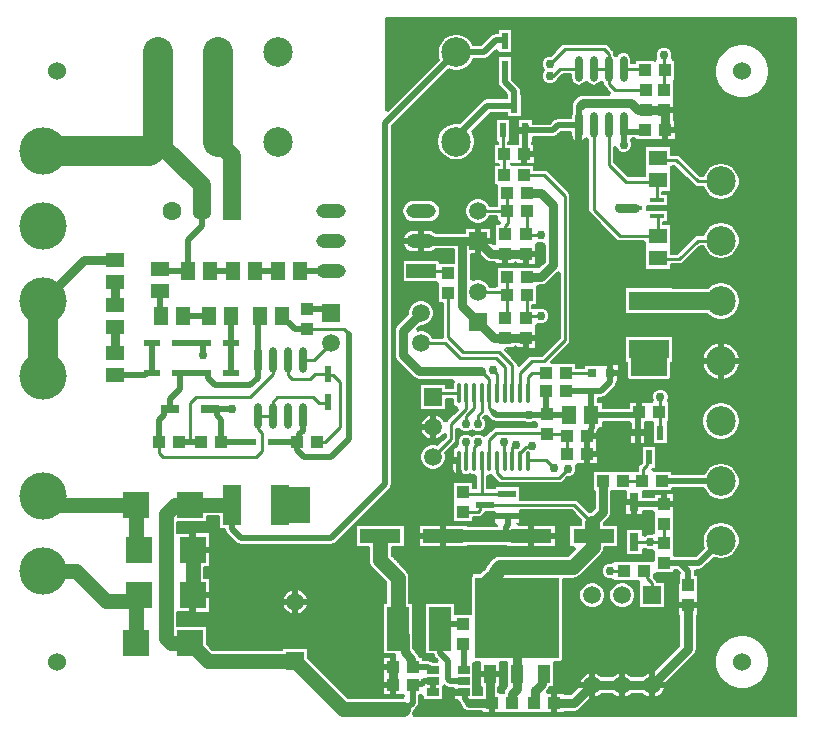
<source format=gtl>
%FSDAX24Y24*%
%MOIN*%
%SFA1B1*%

%IPPOS*%
%ADD14C,0.010000*%
%ADD17R,0.039400X0.043300*%
%ADD18R,0.133900X0.063000*%
%ADD19R,0.031500X0.031500*%
%ADD20R,0.043300X0.039400*%
%ADD21R,0.051200X0.059100*%
%ADD22R,0.063000X0.133900*%
%ADD23O,0.023600X0.086600*%
%ADD24R,0.059100X0.051200*%
%ADD25R,0.021700X0.057100*%
%ADD26R,0.023600X0.051200*%
%ADD27R,0.051200X0.015700*%
%ADD28R,0.031500X0.063000*%
%ADD29R,0.059100X0.023600*%
%ADD30R,0.137800X0.047200*%
%ADD31R,0.043300X0.061000*%
%ADD32R,0.043300X0.061000*%
%ADD33R,0.135800X0.061000*%
%ADD34R,0.039400X0.027600*%
%ADD35R,0.090600X0.090600*%
%ADD36R,0.057100X0.021700*%
%ADD37R,0.063000X0.031500*%
%ADD38R,0.074800X0.145700*%
%ADD39O,0.013800X0.070900*%
%ADD75C,0.030000*%
%ADD76C,0.020000*%
%ADD77C,0.050000*%
%ADD78C,0.040000*%
%ADD79C,0.060000*%
%ADD80C,0.100000*%
%ADD81R,0.120000X0.090000*%
%ADD82R,0.080000X0.120000*%
%ADD83R,0.280000X0.270000*%
%ADD84C,0.098400*%
%ADD85C,0.059100*%
%ADD86R,0.059100X0.059100*%
%ADD87O,0.098400X0.047200*%
%ADD88R,0.098400X0.047200*%
%ADD89R,0.059100X0.059100*%
%ADD90C,0.063000*%
%ADD91R,0.063000X0.063000*%
%ADD92C,0.059100*%
%ADD93C,0.157500*%
%ADD94C,0.060000*%
%ADD95C,0.030000*%
%ADD100C,0.005000*%
%LNde-260924-1*%
%LPD*%
G54D100*
X040767Y019076D02*
X028054D01*
X028018Y019151*
X028038Y019199*
X028044Y019245*
X028151Y019352*
X028200Y019425*
X028217Y019510*
Y019776*
X028310*
X028351Y019714*
Y019587*
X028995*
Y020054*
X029064Y020082*
X029087Y020059*
X029159Y020011*
X029244Y019995*
X029375*
Y019925*
X029672*
Y019775*
X029375*
Y019587*
X029507*
X029513Y019558*
X029561Y019485*
X029603Y019443*
X029614Y019390*
X029674Y019298*
X029766Y019238*
X029870Y019218*
X030297*
Y019176*
X030564*
Y019473*
X030714*
Y019176*
X030891*
X030955*
X031055*
X031622*
X031624*
X031722*
X031724*
X032291*
X032355*
X032455*
X032633*
Y019498*
Y019819*
X032488*
X032460Y019888*
X032511Y019940*
X032571Y020029*
X032573Y020039*
X032720*
Y020796*
Y020854*
X032788Y020871*
X032875*
X032921Y020879*
X032963Y020908*
X032990Y020949*
X033000Y020995*
Y023648*
X033325*
X033421Y023660*
X033513Y023699*
X033590Y023758*
X034269Y024437*
X034328Y024515*
X034367Y024606*
X034380Y024702*
Y024707*
X034848*
Y025430*
X034366*
X034360Y025495*
X034538Y025674*
X034597Y025763*
X034618Y025867*
Y026572*
X034691Y026576*
X034755*
X035091*
Y026273*
X035348*
Y026173*
X035448*
Y025758*
X035656*
Y025903*
X035995*
X036051Y025847*
Y025816*
Y025716*
Y025178*
X036020Y025149*
X035975Y025129*
X035953Y025138*
X035845*
X035743Y025096*
X035724Y025076*
X035656Y025105*
Y025299*
X035091*
Y024419*
X035656*
Y024621*
X035724Y024648*
X035743Y024629*
X035845Y024588*
X035953*
X035973Y024595*
X036051Y024543*
Y024516*
Y024416*
Y024280*
X036010Y024219*
X035976*
X035455*
X035391*
X035291*
X034716*
X034617Y024173*
X034517*
X034417Y024131*
X034339Y024053*
X034298Y023951*
Y023843*
X034339Y023741*
X034417Y023664*
X034517Y023623*
X034617*
X034716Y023576*
X035291*
X035355*
X035455*
X035537*
X035537Y023577*
X035553Y023490*
Y022677*
X036394*
Y023518*
X036144*
X036138Y023550*
X036100Y023606*
X036049Y023657*
Y023760*
X036089Y023821*
X036124*
X036695*
Y023934*
X036812*
X036904Y023843*
X036875Y023774*
X036863Y023761*
X036851Y023180*
Y023116*
Y023016*
Y022838*
X037495*
Y023016*
Y023080*
Y023180*
Y023774*
X037402*
Y023888*
X037439Y023934*
X037525*
X037610Y023951*
X037682Y023999*
X038029Y024346*
X038093Y024319*
X038212Y024296*
X038334*
X038453Y024319*
X038565Y024366*
X038666Y024433*
X038752Y024520*
X038820Y024621*
X038867Y024733*
X038890Y024852*
Y024974*
X038867Y025093*
X038820Y025205*
X038752Y025306*
X038666Y025392*
X038565Y025460*
X038453Y025507*
X038334Y025531*
X038212*
X038093Y025507*
X037981Y025460*
X037880Y025392*
X037793Y025307*
X037725Y025205*
X037679Y025093*
X037656Y024974*
Y024852*
X037679Y024733*
X037706Y024669*
X037427Y024392*
X036751*
X036695Y024448*
Y024480*
Y024580*
Y025146*
Y025716*
Y025780*
Y025880*
Y026057*
X036398*
Y026157*
X036298*
Y026474*
X036051*
Y026361*
X035656*
Y026576*
X035891*
X035955*
X036055*
X036649*
Y026669*
X037693*
X037725Y026589*
X037793Y026487*
X037880Y026402*
X037981Y026334*
X038093Y026288*
X038212Y026265*
X038334*
X038453Y026288*
X038565Y026334*
X038666Y026402*
X038752Y026488*
X038820Y026589*
X038867Y026701*
X038890Y026821*
Y026942*
X038867Y027062*
X038820Y027173*
X038752Y027274*
X038667Y027361*
X038565Y027429*
X038453Y027475*
X038334Y027499*
X038212*
X038093Y027475*
X037981Y027429*
X037880Y027361*
X037793Y027274*
X037725Y027173*
X037706Y027127*
X036649*
Y027219*
X036025*
X035986Y027292*
X035993Y027303*
X036116*
Y028065*
X035630*
Y027633*
X035627Y027618*
Y027503*
X035545Y027421*
X035508Y027365*
X035495Y027300*
Y027219*
X034755*
X034691*
X034591*
X033997*
Y026576*
X034059*
Y025986*
X033953Y025880*
X033875Y025870*
X033863Y025865*
X033504Y026225*
X033448Y026262*
X033382Y026276*
X031641*
X031568Y026278*
Y026715*
X030727*
Y026650*
X030467*
Y027032*
X030546Y027091*
X030543Y027092*
X030604Y027104*
X030674Y027044*
X030675Y027044*
X030849Y026869*
X030905Y026832*
X030970Y026820*
X032875*
X032941Y026832*
X032996Y026869*
X033150Y027023*
X033227*
X033329Y027064*
X033406Y027141*
X033448Y027243*
Y027351*
X033428Y027399*
X033469Y027476*
X033555*
X033733*
Y027773*
X033833*
Y027873*
X034149*
Y028094*
Y028101*
Y028323*
X033833*
Y028473*
X034153*
Y028531*
X034185Y028579*
X034202Y028664*
Y028677*
X034328*
Y028869*
X035188*
X035256Y028848*
Y028586*
X035742*
Y028850*
X035807Y028876*
X035855*
X035938*
X036004Y028850*
Y028130*
X036490*
Y028852*
X036549Y028886*
Y029499*
X036508Y029594*
X036528Y029643*
Y029752*
X036486Y029854*
X036409Y029931*
X036307Y029973*
X036198*
X036096Y029931*
X036019Y029854*
X035978Y029752*
Y029643*
X035997Y029595*
X035956Y029518*
X035957Y029519*
X035891*
X035791*
X035614*
Y029223*
X035464*
Y029519*
X035197*
Y029327*
X034328*
Y029518*
X034176*
Y029669*
X034275*
X034360Y029685*
X034432Y029733*
X034732Y030033*
X034780Y030105*
X034797Y030190*
Y030215*
X034851*
Y030423*
X034594*
Y030523*
X034494*
Y030780*
X034335*
X034311*
X034235*
X034211*
X033695*
Y030676*
X033449*
Y030819*
X032855*
X032791*
X032633*
X032608Y030881*
X033200Y031472*
X033238Y031529*
X033251Y031595*
Y036400*
X033238Y036465*
X033200Y036522*
X032496Y037225*
X032441Y037262*
X032375Y037276*
X032049*
Y037419*
X031455*
X031391*
X031308*
X031310Y037417*
X031284Y037488*
X031272Y037476*
X031355*
X031455*
X031633*
Y037773*
X031733*
Y037873*
X032049*
Y038119*
X031976*
Y038203*
X031990*
Y038355*
X032662*
X032747Y038372*
X032819Y038420*
X032923Y038524*
X033276*
Y038435*
X033294Y038343*
X033347Y038263*
X033448Y038194*
Y038728*
X033598*
Y038194*
X033697Y038263*
X033733Y038314*
X033773Y038320*
X033813Y038314*
X033847Y038263*
X033845Y038265*
Y035945*
X033858Y035879*
X033895Y035823*
X034774Y034944*
X034831Y034906*
X034896Y034894*
X035696*
X035753Y034837*
Y034716*
Y034616*
Y033943*
X036594*
Y034120*
X036875*
X036941Y034132*
X036996Y034169*
X037562Y034735*
X037679*
X037680Y034733*
X037725Y034621*
X037793Y034520*
X037880Y034433*
X037981Y034366*
X038093Y034319*
X038212Y034296*
X038334*
X038453Y034319*
X038565Y034366*
X038666Y034433*
X038752Y034520*
X038820Y034621*
X038867Y034733*
X038890Y034852*
Y034974*
X038867Y035093*
X038820Y035205*
X038752Y035306*
X038666Y035392*
X038565Y035460*
X038453Y035507*
X038334Y035531*
X038212*
X038093Y035507*
X037981Y035460*
X037880Y035392*
X037793Y035307*
X037725Y035205*
X037679Y035093*
X037679Y035091*
X037486*
X037420Y035078*
X037365Y035041*
X036799Y034476*
X036594*
Y034680*
Y034780*
Y035453*
X036351*
Y035538*
X036508*
Y035945*
X035800*
Y036050*
X036508*
Y036457*
X036306*
Y036543*
X036594*
Y037216*
Y037280*
Y037363*
X036628Y037399*
X036720*
X037365Y036754*
X037420Y036717*
X037486Y036704*
X037679*
X037680Y036701*
X037725Y036589*
X037793Y036487*
X037880Y036402*
X037981Y036334*
X038093Y036288*
X038212Y036265*
X038334*
X038453Y036288*
X038565Y036334*
X038666Y036402*
X038752Y036488*
X038820Y036589*
X038867Y036701*
X038890Y036821*
Y036942*
X038867Y037062*
X038820Y037173*
X038752Y037274*
X038667Y037361*
X038565Y037429*
X038453Y037475*
X038334Y037499*
X038212*
X038093Y037475*
X037981Y037429*
X037880Y037361*
X037793Y037274*
X037725Y037173*
X037679Y037062*
X037679Y037060*
X037562*
X036896Y037725*
X036841Y037762*
X036775Y037776*
X036594*
Y038053*
X035753*
Y037380*
Y037316*
Y037216*
Y037056*
X035166*
X034701Y037521*
Y038033*
X034756Y038037*
X034789Y037957*
X034866Y037880*
X034968Y037839*
X035077*
X035179Y037880*
X035256Y037957*
X035298Y038059*
Y038169*
X035266Y038243*
X035295Y038318*
X035397*
Y038276*
X036055*
X036091*
X036333*
Y038573*
X036433*
Y038673*
X036749*
Y038904*
X036695Y038956*
Y039188*
X036398*
Y039338*
X036695*
Y039516*
Y039580*
Y039680*
Y040238*
X036749Y040290*
Y040919*
X036668*
X036669Y040918*
X036628Y040995*
X036648Y041043*
Y041151*
X036606Y041253*
X036529Y041331*
X036427Y041373*
X036317*
X036217Y041331*
X036139Y041253*
X036098Y041151*
Y041043*
X036117Y040995*
X036072Y040911*
X036081Y040915*
X035991Y040919*
X035397*
Y040820*
X035271*
Y040959*
X035252Y041052*
X035197Y041133*
X035117Y041186*
X035023Y041205*
X034928Y041186*
X034847Y041132*
X034813Y041080*
X034773Y041074*
X034733Y041080*
X034698Y041132*
X034701Y041130*
Y041150*
X034688Y041215*
X034650Y041272*
X034496Y041425*
X034441Y041462*
X034375Y041476*
X033070*
X033005Y041462*
X032949Y041425*
X032596Y041073*
X032519*
X032417Y041031*
X032339Y040953*
X032298Y040851*
Y040743*
X032339Y040641*
X032384Y040597*
X032339Y040553*
X032298Y040451*
Y040343*
X032339Y040241*
X032417Y040164*
X032519Y040123*
X032627*
X032729Y040164*
X032806Y040241*
X032833Y040305*
X032991Y040465*
X033276*
Y040325*
X033294Y040232*
X033347Y040151*
X033428Y040098*
X033523Y040079*
X033617Y040098*
X033697Y040151*
X033733Y040204*
X033773Y040210*
X033813Y040204*
X033847Y040152*
X033928Y040098*
X034023Y040079*
X034117Y040098*
X034197Y040151*
X034233Y040204*
X034273Y040210*
X034313Y040204*
X034347Y040152*
X034345Y040154*
Y040145*
X034358Y040079*
X034395Y040023*
X034572Y039846*
X034545Y039778*
X033670*
X033566Y039756*
X033477Y039697*
X033373Y039593*
X033314Y039504*
X033292Y039397*
X033298Y039370*
X033294Y039350*
Y039160*
X033294Y039161*
X033276Y039070*
Y038982*
X032825*
X032740Y038964*
X032668Y038916*
X032564Y038813*
X031990*
Y038965*
X031787*
X031764Y038969*
X031743Y038965*
X031504*
Y038659*
X031722*
Y038509*
X031504*
Y038230*
X031489Y038146*
X031462Y038119*
X031391*
X031291*
X031177*
Y038203*
X031242*
Y038965*
X030756*
Y038203*
X030821*
Y038119*
X030697*
Y037476*
X030861*
Y037419*
X030697*
Y036776*
X030724*
X030797Y036770*
Y036701*
Y036201*
Y036194*
Y036076*
X030555*
X030510Y036155*
X030431Y036234*
X030335Y036289*
X030228Y036318*
X030117*
X030011Y036289*
X029915Y036234*
X029836Y036155*
X029781Y036059*
X029753Y035953*
Y035842*
X029781Y035735*
X029836Y035639*
X029915Y035560*
X030011Y035505*
X030117Y035477*
X030228*
X030335Y035505*
X030431Y035560*
X030510Y035639*
X030555Y035720*
X030797*
Y035576*
X030859*
X030900Y035504*
X030895Y035493*
X030874Y035474*
X030751*
Y034880*
Y034816*
X030750Y034798*
X030683Y034782*
X030644Y034823*
X030248*
Y034426*
X030412Y034263*
X030500Y034203*
X030605Y034183*
X030751*
Y034121*
X030998*
Y034438*
X031148*
Y034121*
X031395*
Y034183*
X031451*
Y034121*
X031698*
Y034438*
X031798*
Y034538*
X032095*
Y034780*
Y034800*
X032171Y034841*
X032217Y034823*
X032313*
X032393Y034766*
Y034213*
X032208Y034028*
X032122Y034019*
X031491*
X031455*
X030797*
Y033414*
X030735Y033376*
X030555*
X030510Y033455*
X030431Y033534*
X030335Y033589*
X030228Y033618*
X030117*
X030011Y033589*
X030003Y033584*
X029929Y033628*
Y034477*
X030098*
Y034898*
Y035318*
X029753*
Y035178*
X028757*
X028711Y035212*
X028623Y035249*
X028530Y035262*
X028348*
Y034898*
Y034534*
X028530*
X028623Y034545*
X028711Y034582*
X028757Y034618*
X029369*
Y034174*
X028897*
X028886Y034259*
X027656*
Y033536*
X028817*
X028849Y033475*
X028851Y033464*
Y032821*
X028995*
Y031706*
X028970Y031676*
X028655*
X028610Y031755*
X028531Y031834*
X028435Y031889*
X028328Y031918*
X028217*
X028163Y031903*
X028131Y031959*
X028248Y032077*
X028328*
X028435Y032105*
X028531Y032160*
X028610Y032239*
X028665Y032335*
X028693Y032442*
Y032553*
X028665Y032659*
X028610Y032755*
X028531Y032834*
X028435Y032889*
X028328Y032918*
X028217*
X028111Y032889*
X028015Y032834*
X027936Y032755*
X027881Y032659*
X027853Y032553*
Y032473*
X027473Y032093*
X027414Y032004*
X027393Y031900*
Y031095*
X027414Y030990*
X027473Y030901*
X028018Y030356*
X028107Y030296*
X028212Y030276*
X029326*
X029328Y030274*
X029355Y030204*
X029339Y030180*
X029324Y030107*
Y029998*
X029094*
Y030118*
X028253*
Y029277*
X029094*
Y029642*
X029324*
Y029531*
X029339Y029458*
X029381Y029393*
X029446Y029351*
X029469Y029346*
X029501Y029270*
Y029277*
X029145Y028921*
X029125Y028891*
X029093Y028885*
X029047Y028890*
X029010Y028955*
X028931Y029034*
X028835Y029089*
X028748Y029112*
Y028698*
Y028282*
X028835Y028305*
X028931Y028360*
X029010Y028439*
X029032Y028478*
X029095Y028461*
Y028371*
X028817Y028093*
X028728Y028118*
X028617*
X028511Y028089*
X028415Y028034*
X028336Y027955*
X028281Y027859*
X028253Y027753*
Y027642*
X028281Y027535*
X028336Y027439*
X028415Y027360*
X028511Y027305*
X028617Y027277*
X028728*
X028835Y027305*
X028931Y027360*
X029010Y027439*
X029065Y027535*
X029094Y027642*
Y027753*
X029069Y027842*
X029400Y028172*
X029438Y028229*
X029451Y028295*
Y028623*
X029461Y028631*
X029550*
X029617Y028564*
X029717Y028523*
X029827*
X029929Y028564*
X029973Y028608*
X030017Y028564*
X030119Y028523*
X030227*
X030329Y028564*
X030406Y028641*
X030448Y028743*
Y028851*
X030406Y028953*
X030351Y029008*
Y029023*
X030401Y029074*
X030413Y029077*
X030491Y029064*
X030509Y029037*
X030613Y028933*
X030685Y028885*
X030770Y028869*
X031713*
X031718Y028865*
X031817Y028823*
X031927*
X032019Y028860*
X032107Y028857*
X032151Y028812*
Y028739*
X032095Y028683*
X030778*
X030712Y028669*
X030656Y028632*
X030448Y028423*
X030371Y028414*
X030341Y028419*
X030329Y028431*
X030227Y028473*
X030119*
X030017Y028431*
X029973Y028386*
X029929Y028431*
X029827Y028473*
X029717*
X029617Y028431*
X029539Y028353*
X029498Y028251*
Y028142*
X029505Y028125*
X029505Y028129*
X029451Y028044*
X029446Y028042*
X029382Y028001*
X029339Y027936*
X029324Y027863*
Y027651*
X029497*
Y027551*
X029580*
Y027287*
X029594Y027213*
X029597Y027210*
Y027108*
X029649Y027136*
X029703Y027107*
X029778Y027092*
X029851Y027107*
X029905Y027136*
X029959Y027107*
X030034Y027092*
X030031Y027091*
X030111Y027032*
Y026650*
X029995*
Y026874*
X029351*
Y026216*
Y026180*
Y025521*
X029995*
Y025685*
X030167*
X030232Y025698*
X030288Y025735*
X030363Y025810*
X030400Y025865*
X030397Y025855*
X030720*
X030727*
Y025859*
Y025799*
X031147*
X031568*
Y025917*
X031641Y025920*
X033306Y025920*
X033612Y025614*
X033607Y025602*
X033595Y025506*
Y025430*
X033220*
Y024707*
X033383*
X033408Y024645*
X033167Y024404*
X030912*
X030816Y024391*
X030724Y024353*
X030647Y024294*
X030489Y024135*
X030429Y024058*
X030391Y023967*
X030391Y023967*
X030249Y023825*
X030070*
X030024Y023815*
X029982Y023788*
X029955Y023746*
X029946Y023700*
Y022548*
X029945Y022474*
X029871*
X029414*
Y022828*
X028416*
Y021121*
X028692*
X028702Y021068*
X028750Y020996*
X028825Y020922*
X028799Y020860*
X028675*
X028673Y020861*
X028601Y020909*
X028516Y020927*
X028349*
Y021019*
X028225*
X028211Y021088*
X028152Y021177*
X028001Y021329*
Y021752*
X027996Y021777*
Y022828*
X027875*
Y023675*
X027862Y023771*
X027824Y023862*
X027765Y023939*
X027290Y024415*
Y024707*
X027726*
Y025430*
X026098*
Y024707*
X026534*
Y024257*
X026546Y024160*
X026584Y024069*
X026644Y023992*
X027119Y023516*
Y022828*
X026998*
Y021121*
X027402*
X027417Y021093*
X027414Y021087*
Y020723*
X027314*
Y020623*
X026997*
Y020401*
Y020394*
Y020173*
X027314*
Y020073*
X027414*
Y019776*
X027655*
X027681*
X027691Y019774*
X027707Y019730*
X027703Y019725*
X027655Y019676*
X025829*
X024494Y021012*
Y021318*
X023653*
Y021276*
X021315*
X021137Y021454*
Y022075*
X020151*
Y022520*
X020584*
Y023073*
X020684*
Y023173*
X021237*
Y023675*
X021037*
Y024020*
X021237*
Y024523*
X020684*
Y024623*
X020584*
Y025175*
X020151*
Y025520*
X021137*
Y025720*
X021526*
Y025303*
X021737*
Y025302*
X021754Y025217*
X021802Y025145*
X022113Y024833*
X022185Y024785*
X022270Y024769*
X025275*
X025360Y024785*
X025432Y024833*
X027236Y026637*
X027285Y026710*
X027302Y026795*
Y038722*
X029197Y040618*
X029261Y040591*
X029380Y040569*
X029502*
X029621Y040591*
X029733Y040638*
X029834Y040706*
X029921Y040792*
X029988Y040893*
X030014Y040957*
X030363*
X030448Y040973*
X030521Y041022*
X030770Y041271*
X030840Y041243*
Y041150*
X031306*
Y041971*
X030840*
Y041827*
X030770*
X030685Y041809*
X030613Y041761*
X030266Y041415*
X030014*
X029988Y041477*
X029921Y041578*
X029834Y041665*
X029733Y041733*
X029621Y041779*
X029502Y041803*
X029380*
X029261Y041779*
X029149Y041733*
X029047Y041665*
X028962Y041578*
X028894Y041477*
X028847Y041366*
X028825Y041246*
Y041125*
X028847Y041005*
X028874Y040942*
X027160Y039227*
X027098Y039252*
Y042342*
X040767*
Y019076*
X020170Y022080D02*
Y022510D01*
Y025180D02*
Y025510D01*
X020220Y022080D02*
Y022510D01*
Y025180D02*
Y025510D01*
X020270Y022080D02*
Y022510D01*
Y025180D02*
Y025510D01*
X020320Y022080D02*
Y022510D01*
Y025180D02*
Y025510D01*
X020370Y022080D02*
Y022510D01*
Y025180D02*
Y025510D01*
X020420Y022080D02*
Y022510D01*
Y025180D02*
Y025510D01*
X020470Y022080D02*
Y022510D01*
Y025180D02*
Y025510D01*
X020520Y022080D02*
Y022510D01*
Y025180D02*
Y025510D01*
X020570Y022080D02*
Y022510D01*
Y025180D02*
Y025510D01*
X020620Y022080D02*
Y023060D01*
Y024630D02*
Y025510D01*
X020670Y022080D02*
Y023060D01*
Y024630D02*
Y025510D01*
X020720Y022080D02*
Y023160D01*
Y024530D02*
Y025510D01*
X020770Y022080D02*
Y023160D01*
Y024530D02*
Y025510D01*
X020820Y022080D02*
Y023160D01*
Y024530D02*
Y025510D01*
X020870Y022080D02*
Y023160D01*
Y024530D02*
Y025510D01*
X020920Y022080D02*
Y023160D01*
Y024530D02*
Y025510D01*
X020970Y022080D02*
Y023160D01*
Y024530D02*
Y025510D01*
X021020Y022080D02*
Y023160D01*
Y024530D02*
Y025510D01*
X021070Y022080D02*
Y023160D01*
Y023680D02*
Y024010D01*
Y024530D02*
Y025510D01*
X021120Y022080D02*
Y023160D01*
Y023680D02*
Y024010D01*
Y024530D02*
Y025510D01*
X021170Y021440D02*
Y023160D01*
Y023680D02*
Y024010D01*
Y024530D02*
Y025710D01*
X021220Y021390D02*
Y023160D01*
Y023680D02*
Y024010D01*
Y024530D02*
Y025710D01*
X021270Y021340D02*
Y025710D01*
X021320Y021290D02*
Y025710D01*
X021370Y021290D02*
Y025710D01*
X021420Y021290D02*
Y025710D01*
X021470Y021290D02*
Y025710D01*
X021520Y021290D02*
Y025710D01*
X021570Y021290D02*
Y025290D01*
X021620Y021290D02*
Y025290D01*
X021670Y021290D02*
Y025290D01*
X021720Y021290D02*
Y025290D01*
X021770Y021290D02*
Y025190D01*
X021820Y021290D02*
Y025120D01*
X021870Y021290D02*
Y025070D01*
X021920Y021290D02*
Y025020D01*
X021970Y021290D02*
Y024970D01*
X022020Y021290D02*
Y024920D01*
X022070Y021290D02*
Y024870D01*
X022120Y021290D02*
Y024820D01*
X022170Y021290D02*
Y024790D01*
X022220Y021290D02*
Y024780D01*
X022270Y021290D02*
Y024760D01*
X022320Y021290D02*
Y024760D01*
X022370Y021290D02*
Y024760D01*
X022420Y021290D02*
Y024760D01*
X022470Y021290D02*
Y024760D01*
X022520Y021290D02*
Y024760D01*
X022570Y021290D02*
Y024760D01*
X022620Y021290D02*
Y024760D01*
X022670Y021290D02*
Y024760D01*
X022720Y021290D02*
Y024760D01*
X022770Y021290D02*
Y024760D01*
X022820Y021290D02*
Y024760D01*
X022870Y021290D02*
Y024760D01*
X022920Y021290D02*
Y024760D01*
X022970Y021290D02*
Y024760D01*
X023020Y021290D02*
Y024760D01*
X023070Y021290D02*
Y024760D01*
X023120Y021290D02*
Y024760D01*
X023170Y021290D02*
Y024760D01*
X023220Y021290D02*
Y024760D01*
X023270Y021290D02*
Y024760D01*
X023320Y021290D02*
Y024760D01*
X023370Y021290D02*
Y024760D01*
X023420Y021290D02*
Y024760D01*
X023470Y021290D02*
Y024760D01*
X023520Y021290D02*
Y024760D01*
X023570Y021290D02*
Y024760D01*
X023620Y021290D02*
Y024760D01*
X023670Y021330D02*
Y024760D01*
X023720Y021330D02*
Y024760D01*
X023770Y021330D02*
Y024760D01*
X023820Y021330D02*
Y024760D01*
X023870Y021330D02*
Y024760D01*
X023920Y021330D02*
Y024760D01*
X023970Y021330D02*
Y024760D01*
X024020Y021330D02*
Y024760D01*
X024070Y021330D02*
Y024760D01*
X024120Y021330D02*
Y024760D01*
X024170Y021330D02*
Y024760D01*
X024220Y021330D02*
Y024760D01*
X024270Y021330D02*
Y024760D01*
X024320Y021330D02*
Y024760D01*
X024370Y021330D02*
Y024760D01*
X024420Y021330D02*
Y024760D01*
X024470Y021330D02*
Y024760D01*
X024520Y021000D02*
Y024760D01*
X024570Y020950D02*
Y024760D01*
X024620Y020900D02*
Y024760D01*
X024670Y020850D02*
Y024760D01*
X024720Y020800D02*
Y024760D01*
X024770Y020750D02*
Y024760D01*
X024820Y020700D02*
Y024760D01*
X024870Y020650D02*
Y024760D01*
X024920Y020600D02*
Y024760D01*
X024970Y020550D02*
Y024760D01*
X025020Y020500D02*
Y024760D01*
X025070Y020450D02*
Y024760D01*
X025120Y020400D02*
Y024760D01*
X025170Y020350D02*
Y024760D01*
X025220Y020300D02*
Y024760D01*
X025270Y020250D02*
Y024760D01*
X025320Y020200D02*
Y024780D01*
X025370Y020150D02*
Y024790D01*
X025420Y020100D02*
Y024820D01*
X025470Y020050D02*
Y024870D01*
X025520Y020000D02*
Y024920D01*
X025570Y019950D02*
Y024970D01*
X025620Y019900D02*
Y025020D01*
X025670Y019850D02*
Y025070D01*
X025720Y019800D02*
Y025120D01*
X025770Y019750D02*
Y025170D01*
X025820Y019700D02*
Y025220D01*
X025870Y019690D02*
Y025270D01*
X025920Y019690D02*
Y025320D01*
X025970Y019690D02*
Y025370D01*
X026020Y019690D02*
Y025420D01*
X026070Y019690D02*
Y025470D01*
X026120Y019690D02*
Y024700D01*
Y025440D02*
Y025520D01*
X026170Y019690D02*
Y024700D01*
Y025440D02*
Y025570D01*
X026220Y019690D02*
Y024700D01*
Y025440D02*
Y025620D01*
X026270Y019690D02*
Y024700D01*
Y025440D02*
Y025670D01*
X026320Y019690D02*
Y024700D01*
Y025440D02*
Y025720D01*
X026370Y019690D02*
Y024700D01*
Y025440D02*
Y025770D01*
X026420Y019690D02*
Y024700D01*
Y025440D02*
Y025820D01*
X026470Y019690D02*
Y024700D01*
Y025440D02*
Y025870D01*
X026520Y019690D02*
Y024700D01*
Y025440D02*
Y025920D01*
X026570Y019690D02*
Y024090D01*
Y025440D02*
Y025970D01*
X026620Y019690D02*
Y024010D01*
Y025440D02*
Y026020D01*
X026670Y019690D02*
Y023960D01*
Y025440D02*
Y026070D01*
X026720Y019690D02*
Y023910D01*
Y025440D02*
Y026120D01*
X026770Y019690D02*
Y023860D01*
Y025440D02*
Y026170D01*
X026820Y019690D02*
Y023810D01*
Y025440D02*
Y026220D01*
X026870Y019690D02*
Y023760D01*
Y025440D02*
Y026270D01*
X026920Y019690D02*
Y023710D01*
Y025440D02*
Y026320D01*
X026970Y019690D02*
Y023660D01*
Y025440D02*
Y026370D01*
X027020Y019690D02*
Y020160D01*
Y020630D02*
Y021110D01*
Y022840D02*
Y023610D01*
Y025440D02*
Y026420D01*
X027070Y019690D02*
Y020160D01*
Y020630D02*
Y021110D01*
Y022840D02*
Y023560D01*
Y025440D02*
Y026470D01*
X027120Y019690D02*
Y020160D01*
Y020630D02*
Y021110D01*
Y025440D02*
Y026520D01*
Y039260D02*
Y042340D01*
X027170Y019690D02*
Y020160D01*
Y020630D02*
Y021110D01*
Y025440D02*
Y026570D01*
Y039260D02*
Y042340D01*
X027220Y019690D02*
Y020160D01*
Y020630D02*
Y021110D01*
Y025440D02*
Y026620D01*
Y039310D02*
Y042340D01*
X027270Y019690D02*
Y020160D01*
Y020630D02*
Y021110D01*
Y025440D02*
Y026680D01*
Y039360D02*
Y042340D01*
X027320Y019690D02*
Y020060D01*
Y020730D02*
Y021110D01*
Y024400D02*
Y024700D01*
Y025440D02*
Y038740D01*
Y039410D02*
Y042340D01*
X027370Y019690D02*
Y020060D01*
Y020730D02*
Y021110D01*
Y024350D02*
Y024700D01*
Y025440D02*
Y038790D01*
Y039460D02*
Y042340D01*
X027420Y019690D02*
Y019770D01*
Y024300D02*
Y024700D01*
Y025440D02*
Y030970D01*
Y032030D02*
Y038840D01*
Y039510D02*
Y042340D01*
X027470Y019690D02*
Y019770D01*
Y024250D02*
Y024700D01*
Y025440D02*
Y030890D01*
Y032110D02*
Y038890D01*
Y039560D02*
Y042340D01*
X027520Y019690D02*
Y019770D01*
Y024200D02*
Y024700D01*
Y025440D02*
Y030850D01*
Y032160D02*
Y038940D01*
Y039610D02*
Y042340D01*
X027570Y019690D02*
Y019770D01*
Y024150D02*
Y024700D01*
Y025440D02*
Y030800D01*
Y032210D02*
Y038990D01*
Y039660D02*
Y042340D01*
X027620Y019690D02*
Y019770D01*
Y024100D02*
Y024700D01*
Y025440D02*
Y030750D01*
Y032260D02*
Y039040D01*
Y039710D02*
Y042340D01*
X027670Y019710D02*
Y019770D01*
Y024050D02*
Y024700D01*
Y025440D02*
Y030700D01*
Y032310D02*
Y033530D01*
Y034270D02*
Y039090D01*
Y039760D02*
Y042340D01*
X027720Y024000D02*
Y024700D01*
Y025440D02*
Y030650D01*
Y032360D02*
Y033530D01*
Y034270D02*
Y039140D01*
Y039810D02*
Y042340D01*
X027770Y023950D02*
Y030600D01*
Y032410D02*
Y033530D01*
Y034270D02*
Y039190D01*
Y039860D02*
Y042340D01*
X027820Y023870D02*
Y030550D01*
Y032460D02*
Y033530D01*
Y034270D02*
Y039240D01*
Y039910D02*
Y042340D01*
X027870Y022840D02*
Y030500D01*
Y032640D02*
Y033530D01*
Y034270D02*
Y039290D01*
Y039960D02*
Y042340D01*
X027920Y022840D02*
Y030450D01*
Y032740D02*
Y033530D01*
Y034270D02*
Y039340D01*
Y040010D02*
Y042340D01*
X027970Y022840D02*
Y030400D01*
Y032800D02*
Y033530D01*
Y034270D02*
Y039390D01*
Y040060D02*
Y042340D01*
X028020Y019160D02*
Y019150D01*
Y021320D02*
Y030350D01*
Y032850D02*
Y033530D01*
Y034270D02*
Y039440D01*
Y040110D02*
Y042340D01*
X028070Y019090D02*
Y019270D01*
Y021270D02*
Y030320D01*
Y032880D02*
Y033530D01*
Y034270D02*
Y039490D01*
Y040160D02*
Y042340D01*
X028120Y019090D02*
Y019320D01*
Y021220D02*
Y030290D01*
Y032910D02*
Y033530D01*
Y034270D02*
Y039540D01*
Y040210D02*
Y042340D01*
X028170Y019090D02*
Y019380D01*
Y021160D02*
Y030280D01*
Y031920D02*
Y032000D01*
Y032920D02*
Y033530D01*
Y034270D02*
Y039590D01*
Y040260D02*
Y042340D01*
X028220Y019090D02*
Y019770D01*
Y021070D02*
Y030270D01*
Y031930D02*
Y032050D01*
Y032930D02*
Y033530D01*
Y034270D02*
Y039640D01*
Y040310D02*
Y042340D01*
X028270Y019090D02*
Y019770D01*
Y021030D02*
Y027570D01*
Y027840D02*
Y029270D01*
Y030130D02*
Y030270D01*
Y031930D02*
Y032070D01*
Y032930D02*
Y033530D01*
Y034270D02*
Y039690D01*
Y040360D02*
Y042340D01*
X028320Y019090D02*
Y019760D01*
Y021030D02*
Y027470D01*
Y027940D02*
Y029270D01*
Y030130D02*
Y030270D01*
Y031930D02*
Y032070D01*
Y032930D02*
Y033530D01*
Y034270D02*
Y039740D01*
Y040410D02*
Y042340D01*
X028370Y019090D02*
Y019580D01*
Y020940D02*
Y027400D01*
Y028000D02*
Y029270D01*
Y030130D02*
Y030270D01*
Y031920D02*
Y032090D01*
Y032920D02*
Y033530D01*
Y034270D02*
Y034520D01*
Y035270D02*
Y039790D01*
Y040460D02*
Y042340D01*
X028420Y019090D02*
Y019580D01*
Y020940D02*
Y021110D01*
Y022840D02*
Y027350D01*
Y028050D02*
Y029270D01*
Y030130D02*
Y030270D01*
Y031910D02*
Y032100D01*
Y032910D02*
Y033530D01*
Y034270D02*
Y034520D01*
Y035270D02*
Y039840D01*
Y040510D02*
Y042340D01*
X028470Y019090D02*
Y019580D01*
Y020940D02*
Y021110D01*
Y022840D02*
Y027330D01*
Y028080D02*
Y029270D01*
Y030130D02*
Y030270D01*
Y031880D02*
Y032120D01*
Y032880D02*
Y033530D01*
Y034270D02*
Y034520D01*
Y035270D02*
Y039890D01*
Y040560D02*
Y042340D01*
X028520Y019090D02*
Y019580D01*
Y020940D02*
Y021110D01*
Y022840D02*
Y027300D01*
Y028110D02*
Y029270D01*
Y030130D02*
Y030270D01*
Y031850D02*
Y032150D01*
Y032850D02*
Y033530D01*
Y034270D02*
Y034520D01*
Y035270D02*
Y039940D01*
Y040610D02*
Y042340D01*
X028570Y019090D02*
Y019580D01*
Y020930D02*
Y021110D01*
Y022840D02*
Y027290D01*
Y028120D02*
Y029270D01*
Y030130D02*
Y030270D01*
Y031810D02*
Y032200D01*
Y032810D02*
Y033530D01*
Y034270D02*
Y034530D01*
Y035270D02*
Y039990D01*
Y040660D02*
Y042340D01*
X028620Y019090D02*
Y019580D01*
Y020910D02*
Y021110D01*
Y022840D02*
Y027270D01*
Y028130D02*
Y029270D01*
Y030130D02*
Y030270D01*
Y031760D02*
Y032250D01*
Y032760D02*
Y033530D01*
Y034270D02*
Y034550D01*
Y035260D02*
Y040040D01*
Y040710D02*
Y042340D01*
X028670Y019090D02*
Y019580D01*
Y020870D02*
Y021110D01*
Y022840D02*
Y027270D01*
Y028130D02*
Y029270D01*
Y030130D02*
Y030270D01*
Y031690D02*
Y032340D01*
Y032670D02*
Y033530D01*
Y034270D02*
Y034560D01*
Y035240D02*
Y040090D01*
Y040760D02*
Y042340D01*
X028720Y019090D02*
Y019580D01*
Y020870D02*
Y021040D01*
Y022840D02*
Y027270D01*
Y028130D02*
Y029270D01*
Y030130D02*
Y030270D01*
Y031690D02*
Y033530D01*
Y034270D02*
Y034580D01*
Y035220D02*
Y040140D01*
Y040810D02*
Y042340D01*
X028770Y019090D02*
Y019580D01*
Y020870D02*
Y020970D01*
Y022840D02*
Y027290D01*
Y028120D02*
Y028280D01*
Y029120D02*
Y029270D01*
Y030130D02*
Y030270D01*
Y031690D02*
Y033530D01*
Y034270D02*
Y034610D01*
Y035190D02*
Y040190D01*
Y040860D02*
Y042340D01*
X028820Y019090D02*
Y019580D01*
Y020920D02*
D01*
Y022840D02*
Y027300D01*
Y028110D02*
Y028300D01*
Y029110D02*
Y029270D01*
Y030130D02*
Y030270D01*
Y031690D02*
Y033530D01*
Y034270D02*
Y034610D01*
Y035190D02*
Y040240D01*
Y040910D02*
Y041120D01*
Y041270D02*
Y042340D01*
X028870Y019090D02*
Y019580D01*
Y022840D02*
Y027320D01*
Y028160D02*
Y028320D01*
Y029080D02*
Y029270D01*
Y030130D02*
Y030270D01*
Y031690D02*
Y032810D01*
Y034270D02*
Y034610D01*
Y035190D02*
Y040290D01*
Y041440D02*
Y042340D01*
X028920Y019090D02*
Y019580D01*
Y022840D02*
Y027350D01*
Y028210D02*
Y028350D01*
Y029050D02*
Y029270D01*
Y030130D02*
Y030270D01*
Y031690D02*
Y032810D01*
Y034180D02*
Y034610D01*
Y035190D02*
Y040340D01*
Y041540D02*
Y042340D01*
X028970Y019090D02*
Y019580D01*
Y022840D02*
Y027400D01*
Y028260D02*
Y028400D01*
Y029010D02*
Y029270D01*
Y030130D02*
Y030270D01*
Y031700D02*
Y032810D01*
Y034180D02*
Y034610D01*
Y035190D02*
Y040390D01*
Y041610D02*
Y042340D01*
X029020Y019090D02*
Y020060D01*
Y022840D02*
Y027450D01*
Y028310D02*
Y028460D01*
Y028960D02*
Y029270D01*
Y030130D02*
Y030270D01*
Y034180D02*
Y034610D01*
Y035190D02*
Y040440D01*
Y041660D02*
Y042340D01*
X029070Y019090D02*
Y020070D01*
Y022840D02*
Y027540D01*
Y027850D02*
Y027840D01*
Y028360D02*
Y028460D01*
Y028900D02*
Y029270D01*
Y030130D02*
Y030270D01*
Y034180D02*
Y034610D01*
Y035190D02*
Y040490D01*
Y041700D02*
Y042340D01*
X029120Y019090D02*
Y020030D01*
Y022840D02*
Y027890D01*
Y028900D02*
Y029630D01*
Y030010D02*
Y030270D01*
Y034180D02*
Y034610D01*
Y035190D02*
Y040540D01*
Y041730D02*
Y042340D01*
X029170Y019090D02*
Y020000D01*
Y022840D02*
Y027940D01*
Y028960D02*
Y029630D01*
Y030010D02*
Y030270D01*
Y034180D02*
Y034610D01*
Y035190D02*
Y040590D01*
Y041750D02*
Y042340D01*
X029220Y019090D02*
Y019990D01*
Y022840D02*
Y027990D01*
Y029010D02*
Y029630D01*
Y030010D02*
Y030270D01*
Y034180D02*
Y034610D01*
Y035190D02*
Y040600D01*
Y041780D02*
Y042340D01*
X029270Y019090D02*
Y019980D01*
Y022840D02*
Y028040D01*
Y029060D02*
Y029630D01*
Y030010D02*
Y030270D01*
Y034180D02*
Y034610D01*
Y035190D02*
Y040580D01*
Y041800D02*
Y042340D01*
X029320Y019090D02*
Y019980D01*
Y022840D02*
Y027640D01*
Y027880D02*
Y028090D01*
Y029110D02*
Y029520D01*
Y030130D02*
Y030270D01*
Y034180D02*
Y034610D01*
Y035190D02*
Y040570D01*
Y041810D02*
Y042340D01*
X029370Y019090D02*
Y019580D01*
Y019780D02*
Y019910D01*
Y022840D02*
Y025510D01*
Y026880D02*
Y027640D01*
Y028000D02*
Y028140D01*
Y029160D02*
Y029400D01*
Y035190D02*
Y040570D01*
Y041810D02*
Y042340D01*
X029420Y019090D02*
Y019580D01*
Y019780D02*
Y019910D01*
Y022480D02*
Y025510D01*
Y026880D02*
Y027640D01*
Y028040D02*
Y028200D01*
Y029210D02*
Y029360D01*
Y035190D02*
Y040560D01*
Y041810D02*
Y042340D01*
X029470Y019090D02*
Y019580D01*
Y019780D02*
Y019910D01*
Y022480D02*
Y025510D01*
Y026880D02*
Y027640D01*
Y028090D02*
Y028620D01*
Y029260D02*
Y029340D01*
Y035190D02*
Y040560D01*
Y041810D02*
Y042340D01*
X029520Y019090D02*
Y019540D01*
Y019780D02*
Y019910D01*
Y022480D02*
Y025510D01*
Y026880D02*
Y027540D01*
Y028320D02*
Y028620D01*
Y035190D02*
Y040570D01*
Y041810D02*
Y042340D01*
X029570Y019090D02*
Y019470D01*
Y019780D02*
Y019910D01*
Y022480D02*
Y025510D01*
Y026880D02*
Y027540D01*
Y028400D02*
Y028600D01*
Y035190D02*
Y040580D01*
Y041800D02*
Y042340D01*
X029620Y019090D02*
Y019370D01*
Y019780D02*
Y019910D01*
Y022480D02*
Y025510D01*
Y026880D02*
Y027120D01*
Y028450D02*
Y028550D01*
Y035190D02*
Y040590D01*
Y041790D02*
Y042340D01*
X029670Y019090D02*
Y019290D01*
Y022480D02*
Y025510D01*
Y026880D02*
Y027120D01*
Y028470D02*
Y028530D01*
Y035190D02*
Y040610D01*
Y041770D02*
Y042340D01*
X029720Y019090D02*
Y019260D01*
Y022480D02*
Y025510D01*
Y026880D02*
Y027100D01*
Y028480D02*
Y028510D01*
Y035190D02*
Y040630D01*
Y041750D02*
Y042340D01*
X029770Y019090D02*
Y019230D01*
Y022480D02*
Y025510D01*
Y026880D02*
Y027090D01*
Y028480D02*
Y028510D01*
Y035330D02*
Y035770D01*
Y036040D02*
Y040660D01*
Y041720D02*
Y042340D01*
X029820Y019090D02*
Y019220D01*
Y022480D02*
Y025510D01*
Y026880D02*
Y027100D01*
Y028480D02*
Y028510D01*
Y035330D02*
Y035670D01*
Y036140D02*
Y040700D01*
Y041690D02*
Y042340D01*
X029870Y019090D02*
Y019210D01*
Y022480D02*
Y025510D01*
Y026880D02*
Y027120D01*
Y028470D02*
Y028530D01*
Y035330D02*
Y035600D01*
Y036200D02*
Y040740D01*
Y041640D02*
Y042340D01*
X029920Y019090D02*
Y019210D01*
Y022480D02*
Y025510D01*
Y026880D02*
Y027130D01*
Y028450D02*
Y028550D01*
Y035330D02*
Y035550D01*
Y036250D02*
Y040790D01*
Y041590D02*
Y042340D01*
X029970Y019090D02*
Y019210D01*
Y023790D02*
Y025510D01*
Y026880D02*
Y027100D01*
Y028410D02*
Y028600D01*
Y033620D02*
Y034470D01*
Y035330D02*
Y035530D01*
Y036280D02*
Y040860D01*
Y041520D02*
Y042340D01*
X030020Y019090D02*
Y019210D01*
Y023830D02*
Y025670D01*
Y026660D02*
Y027090D01*
Y028450D02*
Y028550D01*
Y033610D02*
Y034470D01*
Y035330D02*
Y035500D01*
Y036310D02*
Y040950D01*
Y041420D02*
Y042340D01*
X030070Y019090D02*
Y019210D01*
Y023830D02*
Y025670D01*
Y026660D02*
Y027050D01*
Y028470D02*
Y028530D01*
Y033620D02*
Y034470D01*
Y035330D02*
Y035490D01*
Y036320D02*
Y040950D01*
Y041420D02*
Y042340D01*
X030120Y019090D02*
Y019210D01*
Y023830D02*
Y025670D01*
Y028480D02*
Y028510D01*
Y033630D02*
Y035470D01*
Y036330D02*
Y040950D01*
Y041420D02*
Y042340D01*
X030170Y019090D02*
Y019210D01*
Y023830D02*
Y025680D01*
Y028480D02*
Y028510D01*
Y033630D02*
Y035470D01*
Y036330D02*
Y040950D01*
Y041420D02*
Y042340D01*
X030220Y019090D02*
Y019210D01*
Y023830D02*
Y025690D01*
Y028480D02*
Y028510D01*
Y033630D02*
Y035470D01*
Y036330D02*
Y040950D01*
Y041420D02*
Y042340D01*
X030270Y019090D02*
Y019210D01*
Y023860D02*
Y025720D01*
Y028470D02*
Y028530D01*
Y033620D02*
Y034400D01*
Y034830D02*
Y035490D01*
Y036320D02*
Y040950D01*
Y041430D02*
Y042340D01*
X030320Y019090D02*
Y019170D01*
Y023910D02*
Y025770D01*
Y028450D02*
Y028550D01*
Y033610D02*
Y034350D01*
Y034830D02*
Y035500D01*
Y036310D02*
Y040950D01*
Y041480D02*
Y042340D01*
X030370Y019090D02*
Y019170D01*
Y023960D02*
Y025820D01*
Y028430D02*
Y028600D01*
Y029000D02*
Y029040D01*
Y033580D02*
Y034300D01*
Y034830D02*
Y035520D01*
Y036280D02*
Y040960D01*
Y041530D02*
Y042340D01*
X030420Y019090D02*
Y019170D01*
Y024050D02*
Y025840D01*
Y028430D02*
Y028660D01*
Y028940D02*
Y029070D01*
Y033550D02*
Y034250D01*
Y034830D02*
Y035550D01*
Y036250D02*
Y040960D01*
Y041580D02*
Y042340D01*
X030470Y019090D02*
Y019170D01*
Y024130D02*
Y025840D01*
Y026660D02*
Y027030D01*
Y028460D02*
Y029060D01*
Y033510D02*
Y034210D01*
Y034830D02*
Y035600D01*
Y036210D02*
Y040980D01*
Y041630D02*
Y042340D01*
X030520Y019090D02*
Y019170D01*
Y024180D02*
Y025840D01*
Y026660D02*
Y027060D01*
Y028510D02*
Y029020D01*
Y033460D02*
Y034190D01*
Y034830D02*
Y035650D01*
Y036160D02*
Y041020D01*
Y041680D02*
Y042340D01*
X030570Y019090D02*
Y019460D01*
Y024230D02*
Y025840D01*
Y026660D02*
Y027090D01*
Y028560D02*
Y028970D01*
Y033390D02*
Y034180D01*
Y034830D02*
Y035710D01*
Y036090D02*
Y041070D01*
Y041730D02*
Y042340D01*
X030620Y019090D02*
Y019460D01*
Y024280D02*
Y025840D01*
Y026660D02*
Y027080D01*
Y028610D02*
Y028920D01*
Y033390D02*
Y034170D01*
Y034830D02*
Y035710D01*
Y036090D02*
Y041120D01*
Y041780D02*
Y042340D01*
X030670Y019090D02*
Y019460D01*
Y024320D02*
Y025840D01*
Y026660D02*
Y027030D01*
Y028650D02*
Y028890D01*
Y033390D02*
Y034170D01*
Y034800D02*
Y035710D01*
Y036090D02*
Y041170D01*
Y041810D02*
Y042340D01*
X030720Y019090D02*
Y019170D01*
Y024370D02*
Y025840D01*
Y026660D02*
Y026990D01*
Y028690D02*
Y028880D01*
Y033390D02*
Y034170D01*
Y034810D02*
Y035710D01*
Y036090D02*
Y036770D01*
Y037430D02*
Y037470D01*
Y038130D02*
Y041220D01*
Y041830D02*
Y042340D01*
X030770Y019090D02*
Y019170D01*
Y024390D02*
Y025790D01*
Y026720D02*
Y026940D01*
Y028690D02*
Y028860D01*
Y033410D02*
Y034110D01*
Y035480D02*
Y035710D01*
Y036090D02*
Y036770D01*
Y037430D02*
Y037470D01*
Y038130D02*
Y038190D01*
Y038970D02*
Y041260D01*
Y041840D02*
Y042340D01*
X030820Y019090D02*
Y019170D01*
Y024410D02*
Y025790D01*
Y026720D02*
Y026890D01*
Y028690D02*
Y028860D01*
Y034030D02*
Y034110D01*
Y035480D02*
Y035570D01*
Y037430D02*
Y037470D01*
Y038970D02*
Y041240D01*
Y041840D02*
Y042340D01*
X030870Y019090D02*
Y019170D01*
Y024410D02*
Y025790D01*
Y026720D02*
Y026850D01*
Y028690D02*
Y028860D01*
Y034030D02*
Y034110D01*
Y035490D02*
Y035550D01*
Y038970D02*
Y041140D01*
Y041980D02*
Y042340D01*
X030920Y019090D02*
Y019170D01*
Y024410D02*
Y025790D01*
Y026720D02*
Y026820D01*
Y028690D02*
Y028860D01*
Y034030D02*
Y034110D01*
Y038970D02*
Y041140D01*
Y041980D02*
Y042340D01*
X030970Y019090D02*
Y019170D01*
Y024410D02*
Y025790D01*
Y026720D02*
Y026810D01*
Y028690D02*
Y028860D01*
Y034030D02*
Y034110D01*
Y038970D02*
Y041140D01*
Y041980D02*
Y042340D01*
X031020Y019090D02*
Y019170D01*
Y024410D02*
Y025790D01*
Y026720D02*
Y026810D01*
Y028690D02*
Y028860D01*
Y034030D02*
Y034430D01*
Y038970D02*
Y041140D01*
Y041980D02*
Y042340D01*
X031070Y019090D02*
Y019170D01*
Y024410D02*
Y025790D01*
Y026720D02*
Y026810D01*
Y028690D02*
Y028860D01*
Y034030D02*
Y034430D01*
Y038970D02*
Y041140D01*
Y041980D02*
Y042340D01*
X031120Y019090D02*
Y019170D01*
Y024410D02*
Y025790D01*
Y026720D02*
Y026810D01*
Y028690D02*
Y028860D01*
Y034030D02*
Y034430D01*
Y038970D02*
Y041140D01*
Y041980D02*
Y042340D01*
X031170Y019090D02*
Y019170D01*
Y024410D02*
Y025790D01*
Y026720D02*
Y026810D01*
Y028690D02*
Y028860D01*
Y034030D02*
Y034110D01*
Y038970D02*
Y041140D01*
Y041980D02*
Y042340D01*
X031220Y019090D02*
Y019170D01*
Y024410D02*
Y025790D01*
Y026720D02*
Y026810D01*
Y028690D02*
Y028860D01*
Y034030D02*
Y034110D01*
Y038130D02*
Y038190D01*
Y038970D02*
Y041140D01*
Y041980D02*
Y042340D01*
X031270Y019090D02*
Y019170D01*
Y024410D02*
Y025790D01*
Y026720D02*
Y026810D01*
Y028690D02*
Y028860D01*
Y034030D02*
Y034110D01*
Y037490D02*
Y037480D01*
Y038130D02*
Y041140D01*
Y041980D02*
Y042340D01*
X031320Y019090D02*
Y019170D01*
Y024410D02*
Y025790D01*
Y026720D02*
Y026810D01*
Y028690D02*
Y028860D01*
Y034030D02*
Y034110D01*
Y037430D02*
Y037470D01*
Y038130D02*
Y042340D01*
X031370Y019090D02*
Y019170D01*
Y024410D02*
Y025790D01*
Y026720D02*
Y026810D01*
Y028690D02*
Y028860D01*
Y034030D02*
Y034110D01*
Y037430D02*
Y037470D01*
Y038130D02*
Y042340D01*
X031420Y019090D02*
Y019170D01*
Y024410D02*
Y025790D01*
Y026720D02*
Y026810D01*
Y028690D02*
Y028860D01*
Y034030D02*
Y034170D01*
Y037430D02*
Y037470D01*
Y038130D02*
Y042340D01*
X031470Y019090D02*
Y019170D01*
Y024410D02*
Y025790D01*
Y026720D02*
Y026810D01*
Y028690D02*
Y028860D01*
Y034030D02*
Y034110D01*
Y037430D02*
Y037470D01*
Y038150D02*
Y042340D01*
X031520Y019090D02*
Y019170D01*
Y024410D02*
Y025790D01*
Y026720D02*
Y026810D01*
Y028690D02*
Y028860D01*
Y034030D02*
Y034110D01*
Y037430D02*
Y037470D01*
Y038520D02*
Y038650D01*
Y038970D02*
Y042340D01*
X031570Y019090D02*
Y019170D01*
Y024410D02*
Y025910D01*
Y026290D02*
Y026810D01*
Y028690D02*
Y028860D01*
Y034030D02*
Y034110D01*
Y037430D02*
Y037470D01*
Y038520D02*
Y038650D01*
Y038970D02*
Y042340D01*
X031620Y019090D02*
Y019170D01*
Y024410D02*
Y025910D01*
Y026290D02*
Y026810D01*
Y028690D02*
Y028860D01*
Y034030D02*
Y034110D01*
Y037430D02*
Y037470D01*
Y038520D02*
Y038650D01*
Y038970D02*
Y042340D01*
X031670Y019090D02*
Y019170D01*
Y024410D02*
Y025910D01*
Y026290D02*
Y026810D01*
Y028690D02*
Y028860D01*
Y034030D02*
Y034110D01*
Y037430D02*
Y037760D01*
Y038520D02*
Y038650D01*
Y038970D02*
Y042340D01*
X031720Y019090D02*
Y019170D01*
Y024410D02*
Y025910D01*
Y026290D02*
Y026810D01*
Y028690D02*
Y028860D01*
Y034030D02*
Y034430D01*
Y037430D02*
Y037760D01*
Y038970D02*
Y042340D01*
X031770Y019090D02*
Y019170D01*
Y024410D02*
Y025910D01*
Y026290D02*
Y026810D01*
Y028690D02*
Y028840D01*
Y034030D02*
Y034430D01*
Y037430D02*
Y037860D01*
Y038980D02*
Y042340D01*
X031820Y019090D02*
Y019170D01*
Y024410D02*
Y025910D01*
Y026290D02*
Y026810D01*
Y028690D02*
Y028810D01*
Y034030D02*
Y034530D01*
Y037430D02*
Y037860D01*
Y038970D02*
Y042340D01*
X031870Y019090D02*
Y019170D01*
Y024410D02*
Y025910D01*
Y026290D02*
Y026810D01*
Y028690D02*
Y028810D01*
Y034030D02*
Y034530D01*
Y037430D02*
Y037860D01*
Y038970D02*
Y042340D01*
X031920Y019090D02*
Y019170D01*
Y024410D02*
Y025910D01*
Y026290D02*
Y026810D01*
Y028690D02*
Y028810D01*
Y034030D02*
Y034530D01*
Y037430D02*
Y037860D01*
Y038970D02*
Y042340D01*
X031970Y019090D02*
Y019170D01*
Y024410D02*
Y025910D01*
Y026290D02*
Y026810D01*
Y028690D02*
Y028830D01*
Y034030D02*
Y034530D01*
Y037430D02*
Y037860D01*
Y038970D02*
Y042340D01*
X032020Y019090D02*
Y019170D01*
Y024410D02*
Y025910D01*
Y026290D02*
Y026810D01*
Y028690D02*
Y028850D01*
Y034030D02*
Y034530D01*
Y037430D02*
Y037860D01*
Y038130D02*
Y038340D01*
Y038820D02*
Y042340D01*
X032070Y019090D02*
Y019170D01*
Y024410D02*
Y025910D01*
Y026290D02*
Y026810D01*
Y028690D02*
Y028850D01*
Y034030D02*
Y034530D01*
Y037290D02*
Y038340D01*
Y038820D02*
Y042340D01*
X032120Y019090D02*
Y019170D01*
Y024410D02*
Y025910D01*
Y026290D02*
Y026810D01*
Y028720D02*
Y028840D01*
Y034040D02*
Y034810D01*
Y037290D02*
Y038340D01*
Y038820D02*
Y042340D01*
X032170Y019090D02*
Y019170D01*
Y024410D02*
Y025910D01*
Y026290D02*
Y026810D01*
Y034040D02*
Y034830D01*
Y037290D02*
Y038340D01*
Y038820D02*
Y042340D01*
X032220Y019090D02*
Y019170D01*
Y024410D02*
Y025910D01*
Y026290D02*
Y026810D01*
Y034060D02*
Y034810D01*
Y037290D02*
Y038340D01*
Y038820D02*
Y042340D01*
X032270Y019090D02*
Y019170D01*
Y024410D02*
Y025910D01*
Y026290D02*
Y026810D01*
Y034110D02*
Y034810D01*
Y037290D02*
Y038340D01*
Y038820D02*
Y042340D01*
X032320Y019090D02*
Y019170D01*
Y024410D02*
Y025910D01*
Y026290D02*
Y026810D01*
Y034160D02*
Y034810D01*
Y037290D02*
Y038340D01*
Y038820D02*
Y040280D01*
Y040520D02*
Y040680D01*
Y040920D02*
Y042340D01*
X032370Y019090D02*
Y019170D01*
Y024410D02*
Y025910D01*
Y026290D02*
Y026810D01*
Y034210D02*
Y034780D01*
Y037290D02*
Y038340D01*
Y038820D02*
Y040200D01*
Y040600D02*
D01*
Y041000D02*
Y042340D01*
X032420Y019090D02*
Y019170D01*
Y024410D02*
Y025910D01*
Y026290D02*
Y026810D01*
Y037280D02*
Y038340D01*
Y038820D02*
Y040150D01*
Y041050D02*
Y042340D01*
X032470Y019090D02*
Y019170D01*
Y019880D02*
Y019900D01*
Y024410D02*
Y025910D01*
Y026290D02*
Y026810D01*
Y037260D02*
Y038340D01*
Y038820D02*
Y040130D01*
Y041070D02*
Y042340D01*
X032520Y019090D02*
Y019170D01*
Y019830D02*
Y019950D01*
Y024410D02*
Y025910D01*
Y026290D02*
Y026810D01*
Y037220D02*
Y038340D01*
Y038820D02*
Y040110D01*
Y041080D02*
Y042340D01*
X032570Y019090D02*
Y019170D01*
Y019830D02*
Y020030D01*
Y024410D02*
Y025910D01*
Y026290D02*
Y026810D01*
Y037170D02*
Y038340D01*
Y038840D02*
Y040110D01*
Y041080D02*
Y042340D01*
X032620Y019090D02*
Y019170D01*
Y019830D02*
Y020030D01*
Y024410D02*
Y025910D01*
Y026290D02*
Y026810D01*
Y030860D02*
Y030890D01*
Y037120D02*
Y038340D01*
Y038890D02*
Y040110D01*
Y041110D02*
Y042340D01*
X032670Y019090D02*
Y020030D01*
Y024410D02*
Y025910D01*
Y026290D02*
Y026810D01*
Y030830D02*
Y030940D01*
Y037070D02*
Y038350D01*
Y038940D02*
Y040130D01*
Y041160D02*
Y042340D01*
X032720Y019090D02*
Y020850D01*
Y024410D02*
Y025910D01*
Y026290D02*
Y026810D01*
Y030830D02*
Y030990D01*
Y037020D02*
Y038360D01*
Y038960D02*
Y040150D01*
Y041210D02*
Y042340D01*
X032770Y019090D02*
Y020860D01*
Y024410D02*
Y025910D01*
Y026290D02*
Y026810D01*
Y030830D02*
Y031040D01*
Y036970D02*
Y038380D01*
Y038980D02*
Y040200D01*
Y041260D02*
Y042340D01*
X032820Y019090D02*
Y020860D01*
Y024410D02*
Y025910D01*
Y026290D02*
Y026810D01*
Y030830D02*
Y031090D01*
Y036920D02*
Y038420D01*
Y038990D02*
Y040270D01*
Y041310D02*
Y042340D01*
X032870Y019090D02*
Y020860D01*
Y024410D02*
Y025910D01*
Y026290D02*
Y026810D01*
Y030830D02*
Y031140D01*
Y036870D02*
Y038470D01*
Y038990D02*
Y040340D01*
Y041360D02*
Y042340D01*
X032920Y019090D02*
Y020880D01*
Y024410D02*
Y025910D01*
Y026290D02*
Y026820D01*
Y030830D02*
Y031190D01*
Y036820D02*
Y038510D01*
Y038990D02*
Y040390D01*
Y041410D02*
Y042340D01*
X032970Y019090D02*
Y020920D01*
Y024410D02*
Y025910D01*
Y026290D02*
Y026850D01*
Y030830D02*
Y031240D01*
Y036770D02*
Y038510D01*
Y038990D02*
Y040440D01*
Y041460D02*
Y042340D01*
X033020Y019090D02*
Y023640D01*
Y024410D02*
Y025910D01*
Y026290D02*
Y026890D01*
Y030830D02*
Y031290D01*
Y036720D02*
Y038510D01*
Y038990D02*
Y040450D01*
Y041480D02*
Y042340D01*
X033070Y019090D02*
Y023640D01*
Y024410D02*
Y025910D01*
Y026290D02*
Y026940D01*
Y030830D02*
Y031340D01*
Y036670D02*
Y038510D01*
Y038990D02*
Y040450D01*
Y041490D02*
Y042340D01*
X033120Y019090D02*
Y023640D01*
Y024410D02*
Y025910D01*
Y026290D02*
Y026990D01*
Y030830D02*
Y031390D01*
Y036620D02*
Y038510D01*
Y038990D02*
Y040450D01*
Y041490D02*
Y042340D01*
X033170Y019090D02*
Y023640D01*
Y024420D02*
Y025910D01*
Y026290D02*
Y027010D01*
Y030830D02*
Y031440D01*
Y036570D02*
Y038510D01*
Y038990D02*
Y040450D01*
Y041490D02*
Y042340D01*
X033220Y019090D02*
Y023640D01*
Y024470D02*
Y024700D01*
Y025440D02*
Y025910D01*
Y026290D02*
Y027010D01*
Y030830D02*
Y031500D01*
Y036510D02*
Y038510D01*
Y038990D02*
Y040450D01*
Y041490D02*
Y042340D01*
X033270Y019090D02*
Y023640D01*
Y024520D02*
Y024700D01*
Y025440D02*
Y025910D01*
Y026290D02*
Y027030D01*
Y030830D02*
Y038510D01*
Y038990D02*
Y040450D01*
Y041490D02*
Y042340D01*
X033320Y019090D02*
Y023640D01*
Y024570D02*
Y024700D01*
Y025440D02*
Y025900D01*
Y026290D02*
Y027050D01*
Y030830D02*
Y038290D01*
Y039530D02*
Y040180D01*
Y041490D02*
Y042340D01*
X033370Y019090D02*
Y023650D01*
Y024620D02*
Y024700D01*
Y025440D02*
Y025850D01*
Y026290D02*
Y027100D01*
Y030830D02*
Y038240D01*
Y039610D02*
Y040130D01*
Y041490D02*
Y042340D01*
X033420Y019090D02*
Y023660D01*
Y025440D02*
Y025800D01*
Y026280D02*
Y027160D01*
Y030830D02*
Y038210D01*
Y039660D02*
Y040100D01*
Y041490D02*
Y042340D01*
X033470Y019090D02*
Y023680D01*
Y025440D02*
Y025750D01*
Y026260D02*
Y027470D01*
Y030690D02*
Y038720D01*
Y039710D02*
Y040090D01*
Y041490D02*
Y042340D01*
X033520Y019090D02*
Y023700D01*
Y025440D02*
Y025700D01*
Y026220D02*
Y027470D01*
Y030690D02*
Y038720D01*
Y039740D02*
Y040080D01*
Y041490D02*
Y042340D01*
X033570Y019090D02*
Y023740D01*
Y025440D02*
Y025650D01*
Y026170D02*
Y027470D01*
Y030690D02*
Y038720D01*
Y039780D02*
Y040090D01*
Y041490D02*
Y042340D01*
X033620Y019090D02*
Y023790D01*
Y026120D02*
Y027470D01*
Y030690D02*
Y038200D01*
Y039790D02*
Y040100D01*
Y041490D02*
Y042340D01*
X033670Y019090D02*
Y023840D01*
Y026070D02*
Y027470D01*
Y030690D02*
Y038230D01*
Y039790D02*
Y040130D01*
Y041490D02*
Y042340D01*
X033720Y019090D02*
Y023890D01*
Y026020D02*
Y027470D01*
Y030790D02*
Y038290D01*
Y039790D02*
Y040180D01*
Y041490D02*
Y042340D01*
X033770Y019090D02*
Y023940D01*
Y025970D02*
Y027760D01*
Y030790D02*
Y038310D01*
Y039790D02*
Y040200D01*
Y041490D02*
Y042340D01*
X033820Y019090D02*
Y023990D01*
Y025920D02*
Y027760D01*
Y030790D02*
Y038290D01*
Y039790D02*
Y040180D01*
Y041490D02*
Y042340D01*
X033870Y019090D02*
Y024040D01*
Y025880D02*
Y027860D01*
Y028330D02*
Y028460D01*
Y030790D02*
Y035860D01*
Y039790D02*
Y040130D01*
Y041490D02*
Y042340D01*
X033920Y019090D02*
Y024090D01*
Y025890D02*
Y027860D01*
Y028330D02*
Y028460D01*
Y030790D02*
Y035790D01*
Y039790D02*
Y040100D01*
Y041490D02*
Y042340D01*
X033970Y019090D02*
Y024140D01*
Y025920D02*
Y027860D01*
Y028330D02*
Y028460D01*
Y030790D02*
Y035740D01*
Y039790D02*
Y040090D01*
Y041490D02*
Y042340D01*
X034020Y019090D02*
Y024190D01*
Y025970D02*
Y026570D01*
Y027230D02*
Y027860D01*
Y028330D02*
Y028460D01*
Y030790D02*
Y035690D01*
Y039790D02*
Y040080D01*
Y041490D02*
Y042340D01*
X034070Y019090D02*
Y024240D01*
Y027230D02*
Y027860D01*
Y028330D02*
Y028460D01*
Y030790D02*
Y035640D01*
Y039790D02*
Y040090D01*
Y041490D02*
Y042340D01*
X034120Y019090D02*
Y024290D01*
Y027230D02*
Y027860D01*
Y028330D02*
Y028460D01*
Y030790D02*
Y035590D01*
Y039790D02*
Y040100D01*
Y041490D02*
Y042340D01*
X034170Y019090D02*
Y024340D01*
Y027230D02*
Y028550D01*
Y030790D02*
Y035540D01*
Y039790D02*
Y040130D01*
Y041490D02*
Y042340D01*
X034220Y019090D02*
Y024390D01*
Y027230D02*
Y028670D01*
Y029530D02*
Y029660D01*
Y030790D02*
Y035490D01*
Y039790D02*
Y040180D01*
Y041490D02*
Y042340D01*
X034270Y019090D02*
Y024440D01*
Y027230D02*
Y028670D01*
Y029530D02*
Y029660D01*
Y030790D02*
Y035440D01*
Y039790D02*
Y040200D01*
Y041490D02*
Y042340D01*
X034320Y019090D02*
Y023780D01*
Y024020D02*
Y024500D01*
Y027230D02*
Y028670D01*
Y029530D02*
Y029680D01*
Y030790D02*
Y035390D01*
Y039790D02*
Y040180D01*
Y041490D02*
Y042340D01*
X034370Y019090D02*
Y023700D01*
Y024100D02*
Y024610D01*
Y025440D02*
Y025500D01*
Y027230D02*
Y028860D01*
Y029340D02*
Y029690D01*
Y030790D02*
Y035340D01*
Y039790D02*
Y040060D01*
Y041490D02*
Y042340D01*
X034420Y019090D02*
Y023650D01*
Y024150D02*
Y024700D01*
Y025440D02*
Y025550D01*
Y027230D02*
Y028860D01*
Y029340D02*
Y029720D01*
Y030790D02*
Y035290D01*
Y039790D02*
Y039990D01*
Y041480D02*
Y042340D01*
X034470Y019090D02*
Y023630D01*
Y024170D02*
Y024700D01*
Y025440D02*
Y025600D01*
Y027230D02*
Y028860D01*
Y029340D02*
Y029770D01*
Y030790D02*
Y035240D01*
Y039790D02*
Y039940D01*
Y041460D02*
Y042340D01*
X034520Y019090D02*
Y023610D01*
Y024180D02*
Y024700D01*
Y025440D02*
Y025650D01*
Y027230D02*
Y028860D01*
Y029340D02*
Y029820D01*
Y030530D02*
Y035190D01*
Y039790D02*
Y039890D01*
Y041420D02*
Y042340D01*
X034570Y019090D02*
Y023610D01*
Y024180D02*
Y024700D01*
Y025440D02*
Y025710D01*
Y027230D02*
Y028860D01*
Y029340D02*
Y029870D01*
Y030530D02*
Y035140D01*
Y041370D02*
Y042340D01*
X034620Y019090D02*
Y023610D01*
Y024190D02*
Y024700D01*
Y025440D02*
Y026570D01*
Y027230D02*
Y028860D01*
Y029340D02*
Y029920D01*
Y030430D02*
Y035090D01*
Y041320D02*
Y042340D01*
X034670Y019090D02*
Y023590D01*
Y024210D02*
Y024700D01*
Y025440D02*
Y026570D01*
Y027230D02*
Y028860D01*
Y029340D02*
Y029970D01*
Y030430D02*
Y035040D01*
Y041260D02*
Y042340D01*
X034720Y019090D02*
Y023570D01*
Y024230D02*
Y024700D01*
Y025440D02*
Y026570D01*
Y027230D02*
Y028860D01*
Y029340D02*
Y030020D01*
Y030430D02*
Y034990D01*
Y037520D02*
Y038030D01*
Y041110D02*
Y042340D01*
X034770Y019090D02*
Y023570D01*
Y024230D02*
Y024700D01*
Y025440D02*
Y026570D01*
Y027230D02*
Y028860D01*
Y029340D02*
Y030090D01*
Y030430D02*
Y034930D01*
Y037470D02*
Y038010D01*
Y041090D02*
Y042340D01*
X034820Y019090D02*
Y023570D01*
Y024230D02*
Y024700D01*
Y025440D02*
Y026570D01*
Y027230D02*
Y028860D01*
Y029340D02*
Y030200D01*
Y030430D02*
Y034910D01*
Y037420D02*
Y037920D01*
Y041110D02*
Y042340D01*
X034870Y019090D02*
Y023570D01*
Y024230D02*
Y026570D01*
Y027230D02*
Y028860D01*
Y029340D02*
Y034890D01*
Y037370D02*
Y037870D01*
Y041160D02*
Y042340D01*
X034920Y019090D02*
Y023570D01*
Y024230D02*
Y026570D01*
Y027230D02*
Y028860D01*
Y029340D02*
Y034880D01*
Y037320D02*
Y037850D01*
Y041200D02*
Y042340D01*
X034970Y019090D02*
Y023570D01*
Y024230D02*
Y026570D01*
Y027230D02*
Y028860D01*
Y029340D02*
Y034880D01*
Y037270D02*
Y037830D01*
Y041210D02*
Y042340D01*
X035020Y019090D02*
Y023570D01*
Y024230D02*
Y026570D01*
Y027230D02*
Y028860D01*
Y029340D02*
Y034880D01*
Y037220D02*
Y037830D01*
Y041220D02*
Y042340D01*
X035070Y019090D02*
Y023570D01*
Y024230D02*
Y026570D01*
Y027230D02*
Y028860D01*
Y029340D02*
Y034880D01*
Y037170D02*
Y037830D01*
Y041210D02*
Y042340D01*
X035120Y019090D02*
Y023570D01*
Y024230D02*
Y024410D01*
Y025310D02*
Y026260D01*
Y027230D02*
Y028860D01*
Y029340D02*
Y034880D01*
Y037120D02*
Y037850D01*
Y041200D02*
Y042340D01*
X035170Y019090D02*
Y023570D01*
Y024230D02*
Y024410D01*
Y025310D02*
Y026260D01*
Y027230D02*
Y028860D01*
Y029340D02*
Y034880D01*
Y037070D02*
Y037870D01*
Y041170D02*
Y042340D01*
X035220Y019090D02*
Y023570D01*
Y024230D02*
Y024410D01*
Y025310D02*
Y026260D01*
Y027230D02*
Y028860D01*
Y029530D02*
Y034880D01*
Y037070D02*
Y037920D01*
Y041110D02*
Y042340D01*
X035270Y019090D02*
Y023570D01*
Y024230D02*
Y024410D01*
Y025310D02*
Y026260D01*
Y027230D02*
Y028580D01*
Y029530D02*
Y034880D01*
Y037070D02*
Y037980D01*
Y038250D02*
Y038240D01*
Y040830D02*
Y042340D01*
X035320Y019090D02*
Y023570D01*
Y024230D02*
Y024410D01*
Y025310D02*
Y026260D01*
Y027230D02*
Y028580D01*
Y029530D02*
Y034880D01*
Y037070D02*
Y038310D01*
Y040830D02*
Y042340D01*
X035370Y019090D02*
Y023570D01*
Y024230D02*
Y024410D01*
Y025310D02*
Y026160D01*
Y027230D02*
Y028580D01*
Y029530D02*
Y034880D01*
Y037070D02*
Y038310D01*
Y040830D02*
Y042340D01*
X035420Y019090D02*
Y023570D01*
Y024230D02*
Y024410D01*
Y025310D02*
Y026160D01*
Y027230D02*
Y028580D01*
Y029530D02*
Y034880D01*
Y037070D02*
Y038270D01*
Y040930D02*
Y042340D01*
X035470Y019090D02*
Y023570D01*
Y024230D02*
Y024410D01*
Y025310D02*
Y025750D01*
Y027230D02*
Y028580D01*
Y029230D02*
Y034880D01*
Y037070D02*
Y038270D01*
Y040930D02*
Y042340D01*
X035520Y019090D02*
Y023570D01*
Y024230D02*
Y024410D01*
Y025310D02*
Y025750D01*
Y027400D02*
Y028580D01*
Y029230D02*
Y034880D01*
Y037070D02*
Y038270D01*
Y040930D02*
Y042340D01*
X035570Y019090D02*
Y022670D01*
Y024230D02*
Y024410D01*
Y025310D02*
Y025750D01*
Y027460D02*
Y028580D01*
Y029230D02*
Y034880D01*
Y037070D02*
Y038270D01*
Y040930D02*
Y042340D01*
X035620Y019090D02*
Y022670D01*
Y024230D02*
Y024410D01*
Y025310D02*
Y025750D01*
Y027510D02*
Y028580D01*
Y029530D02*
Y034880D01*
Y037070D02*
Y038270D01*
Y040930D02*
Y042340D01*
X035670Y019090D02*
Y022670D01*
Y024230D02*
Y024620D01*
Y025120D02*
Y025890D01*
Y026370D02*
Y026570D01*
Y028070D02*
Y028580D01*
Y029530D02*
Y034880D01*
Y037070D02*
Y038270D01*
Y040930D02*
Y042340D01*
X035720Y019090D02*
Y022670D01*
Y024230D02*
Y024640D01*
Y025100D02*
Y025890D01*
Y026370D02*
Y026570D01*
Y028070D02*
Y028580D01*
Y029530D02*
Y034860D01*
Y037070D02*
Y038270D01*
Y040930D02*
Y042340D01*
X035770Y019090D02*
Y022670D01*
Y024230D02*
Y024610D01*
Y025130D02*
Y025890D01*
Y026370D02*
Y026570D01*
Y028070D02*
Y028860D01*
Y029530D02*
Y033930D01*
Y038060D02*
Y038270D01*
Y040930D02*
Y042340D01*
X035820Y019090D02*
Y022670D01*
Y024230D02*
Y024600D01*
Y025140D02*
Y025890D01*
Y026370D02*
Y026570D01*
Y028070D02*
Y028870D01*
Y029530D02*
Y033930D01*
Y035950D02*
Y036040D01*
Y038060D02*
Y038270D01*
Y040930D02*
Y042340D01*
X035870Y019090D02*
Y022670D01*
Y024230D02*
Y024580D01*
Y025150D02*
Y025890D01*
Y026370D02*
Y026570D01*
Y028070D02*
Y028870D01*
Y029530D02*
Y033930D01*
Y035950D02*
Y036040D01*
Y038060D02*
Y038270D01*
Y040930D02*
Y042340D01*
X035920Y019090D02*
Y022670D01*
Y024230D02*
Y024580D01*
Y025150D02*
Y025890D01*
Y026370D02*
Y026570D01*
Y028070D02*
Y028870D01*
Y029530D02*
Y033930D01*
Y035950D02*
Y036040D01*
Y038060D02*
Y038270D01*
Y040930D02*
Y042340D01*
X035970Y019090D02*
Y022670D01*
Y024230D02*
Y024590D01*
Y025150D02*
Y025890D01*
Y026370D02*
Y026570D01*
Y028070D02*
Y028860D01*
Y029560D02*
Y033930D01*
Y035950D02*
Y036040D01*
Y038060D02*
Y038270D01*
Y040930D02*
Y042340D01*
X036020Y019090D02*
Y022670D01*
Y024250D02*
Y024560D01*
Y025170D02*
Y025870D01*
Y026370D02*
Y026570D01*
Y027250D02*
Y027290D01*
Y028070D02*
Y028120D01*
Y029870D02*
Y033930D01*
Y035950D02*
Y036040D01*
Y038060D02*
Y038270D01*
Y040930D02*
Y042340D01*
X036070Y019090D02*
Y022670D01*
Y023650D02*
Y023790D01*
Y026480D02*
Y026570D01*
Y027230D02*
Y027290D01*
Y028070D02*
Y028120D01*
Y029920D02*
Y033930D01*
Y035950D02*
Y036040D01*
Y038060D02*
Y038270D01*
Y040930D02*
Y042340D01*
X036120Y019090D02*
Y022670D01*
Y023590D02*
Y023810D01*
Y026480D02*
Y026570D01*
Y027230D02*
Y028120D01*
Y029950D02*
Y033930D01*
Y035950D02*
Y036040D01*
Y038060D02*
Y038270D01*
Y041220D02*
Y042340D01*
X036170Y019090D02*
Y022670D01*
Y023530D02*
Y023810D01*
Y026480D02*
Y026570D01*
Y027230D02*
Y028120D01*
Y029970D02*
Y033930D01*
Y035950D02*
Y036040D01*
Y038060D02*
Y038270D01*
Y041300D02*
Y042340D01*
X036220Y019090D02*
Y022670D01*
Y023530D02*
Y023810D01*
Y026480D02*
Y026570D01*
Y027230D02*
Y028120D01*
Y029980D02*
Y033930D01*
Y035950D02*
Y036040D01*
Y038060D02*
Y038270D01*
Y041350D02*
Y042340D01*
X036270Y019090D02*
Y022670D01*
Y023530D02*
Y023810D01*
Y026480D02*
Y026570D01*
Y027230D02*
Y028120D01*
Y029980D02*
Y033930D01*
Y035950D02*
Y036040D01*
Y038060D02*
Y038270D01*
Y041370D02*
Y042340D01*
X036320Y019090D02*
Y022670D01*
Y023530D02*
Y023810D01*
Y026170D02*
Y026570D01*
Y027230D02*
Y028120D01*
Y029980D02*
Y033930D01*
Y035950D02*
Y036040D01*
Y036470D02*
Y036530D01*
Y038060D02*
Y038270D01*
Y041380D02*
Y042340D01*
X036370Y019090D02*
Y022670D01*
Y023530D02*
Y023810D01*
Y026170D02*
Y026570D01*
Y027230D02*
Y028120D01*
Y029960D02*
Y033930D01*
Y035460D02*
Y035530D01*
Y035950D02*
Y036040D01*
Y036470D02*
Y036530D01*
Y038060D02*
Y038560D01*
Y041380D02*
Y042340D01*
X036420Y019090D02*
Y023810D01*
Y026070D02*
Y026570D01*
Y027230D02*
Y028120D01*
Y029930D02*
Y033930D01*
Y035460D02*
Y035530D01*
Y035950D02*
Y036040D01*
Y036470D02*
Y036530D01*
Y038060D02*
Y038560D01*
Y039200D02*
Y039330D01*
Y041380D02*
Y042340D01*
X036470Y019090D02*
Y023810D01*
Y026070D02*
Y026570D01*
Y027230D02*
Y028120D01*
Y029880D02*
Y033930D01*
Y035460D02*
Y035530D01*
Y035950D02*
Y036040D01*
Y036470D02*
Y036530D01*
Y038060D02*
Y038660D01*
Y039200D02*
Y039330D01*
Y041370D02*
Y042340D01*
X036520Y019090D02*
Y023810D01*
Y026070D02*
Y026570D01*
Y027230D02*
Y028870D01*
Y029580D02*
Y029610D01*
Y029790D02*
Y033930D01*
Y035460D02*
Y036530D01*
Y038060D02*
Y038660D01*
Y039200D02*
Y039330D01*
Y041350D02*
Y042340D01*
X036570Y019090D02*
Y023810D01*
Y026070D02*
Y026570D01*
Y027230D02*
Y033930D01*
Y035460D02*
Y036530D01*
Y038060D02*
Y038660D01*
Y039200D02*
Y039330D01*
Y041300D02*
Y042340D01*
X036620Y019090D02*
Y023810D01*
Y026070D02*
Y026570D01*
Y027230D02*
Y034110D01*
Y034490D02*
Y037390D01*
Y037790D02*
Y038660D01*
Y039200D02*
Y039330D01*
Y041240D02*
Y042340D01*
X036670Y019090D02*
Y023810D01*
Y026070D02*
Y026660D01*
Y027140D02*
Y034110D01*
Y034490D02*
Y037390D01*
Y037790D02*
Y038660D01*
Y039200D02*
Y039330D01*
Y040930D02*
Y042340D01*
X036720Y019090D02*
Y023920D01*
Y024430D02*
Y026660D01*
Y027140D02*
Y034110D01*
Y034490D02*
Y037390D01*
Y037790D02*
Y038660D01*
Y038940D02*
Y040260D01*
Y040930D02*
Y042340D01*
X036770Y019090D02*
Y023920D01*
Y024400D02*
Y026660D01*
Y027140D02*
Y034110D01*
Y034490D02*
Y037340D01*
Y037790D02*
Y042340D01*
X036820Y019090D02*
Y023910D01*
Y024400D02*
Y026660D01*
Y027140D02*
Y034110D01*
Y034510D02*
Y037290D01*
Y037780D02*
Y042340D01*
X036870Y019090D02*
Y022830D01*
Y023780D02*
Y023860D01*
Y024400D02*
Y026660D01*
Y027140D02*
Y034110D01*
Y034560D02*
Y037240D01*
Y037760D02*
Y042340D01*
X036920Y019090D02*
Y022830D01*
Y024400D02*
Y026660D01*
Y027140D02*
Y034120D01*
Y034610D02*
Y037190D01*
Y037720D02*
Y042340D01*
X036970Y019090D02*
Y022830D01*
Y024400D02*
Y026660D01*
Y027140D02*
Y034150D01*
Y034660D02*
Y037140D01*
Y037670D02*
Y042340D01*
X037020Y019090D02*
Y022830D01*
Y024400D02*
Y026660D01*
Y027140D02*
Y034190D01*
Y034710D02*
Y037090D01*
Y037620D02*
Y042340D01*
X037070Y019090D02*
Y022830D01*
Y024400D02*
Y026660D01*
Y027140D02*
Y034240D01*
Y034760D02*
Y037040D01*
Y037570D02*
Y042340D01*
X037120Y019090D02*
Y022830D01*
Y024400D02*
Y026660D01*
Y027140D02*
Y034290D01*
Y034810D02*
Y036990D01*
Y037520D02*
Y042340D01*
X037170Y019090D02*
Y022830D01*
Y024400D02*
Y026660D01*
Y027140D02*
Y034340D01*
Y034860D02*
Y036940D01*
Y037470D02*
Y042340D01*
X037220Y019090D02*
Y022830D01*
Y024400D02*
Y026660D01*
Y027140D02*
Y034390D01*
Y034910D02*
Y036890D01*
Y037420D02*
Y042340D01*
X037270Y019090D02*
Y022830D01*
Y024400D02*
Y026660D01*
Y027140D02*
Y034440D01*
Y034960D02*
Y036840D01*
Y037370D02*
Y042340D01*
X037320Y019090D02*
Y022830D01*
Y024400D02*
Y026660D01*
Y027140D02*
Y034490D01*
Y035010D02*
Y036790D01*
Y037320D02*
Y042340D01*
X037370Y019090D02*
Y022830D01*
Y024400D02*
Y026660D01*
Y027140D02*
Y034540D01*
Y035060D02*
Y036740D01*
Y037270D02*
Y042340D01*
X037420Y019090D02*
Y022830D01*
Y023780D02*
Y023910D01*
Y024400D02*
Y026660D01*
Y027140D02*
Y034590D01*
Y035100D02*
Y036710D01*
Y037220D02*
Y042340D01*
X037470Y019090D02*
Y022830D01*
Y023780D02*
Y023920D01*
Y024450D02*
Y026660D01*
Y027140D02*
Y034640D01*
Y035100D02*
Y036700D01*
Y037170D02*
Y042340D01*
X037520Y019090D02*
Y023920D01*
Y024500D02*
Y026660D01*
Y027140D02*
Y034690D01*
Y035100D02*
Y036690D01*
Y037120D02*
Y042340D01*
X037570Y019090D02*
Y023940D01*
Y024550D02*
Y026660D01*
Y027140D02*
Y034720D01*
Y035100D02*
Y036690D01*
Y037070D02*
Y042340D01*
X037620Y019090D02*
Y023950D01*
Y024600D02*
Y026660D01*
Y027140D02*
Y034720D01*
Y035100D02*
Y036690D01*
Y037070D02*
Y042340D01*
X037670Y019090D02*
Y023990D01*
Y024650D02*
Y024780D01*
Y025050D02*
Y026660D01*
Y027140D02*
Y034720D01*
Y035100D02*
Y036690D01*
Y037070D02*
Y042340D01*
X037720Y019090D02*
Y024040D01*
Y025200D02*
Y026600D01*
Y027170D02*
Y034640D01*
Y035200D02*
Y036610D01*
Y037160D02*
Y042340D01*
X037770Y019090D02*
Y024090D01*
Y025290D02*
Y026520D01*
Y027250D02*
Y034550D01*
Y035290D02*
Y036520D01*
Y037250D02*
Y042340D01*
X037820Y019090D02*
Y024140D01*
Y025350D02*
Y026450D01*
Y027320D02*
Y034480D01*
Y035350D02*
Y036450D01*
Y037320D02*
Y042340D01*
X037870Y019090D02*
Y024190D01*
Y025400D02*
Y026400D01*
Y027370D02*
Y034430D01*
Y035400D02*
Y036400D01*
Y037370D02*
Y042340D01*
X037920Y019090D02*
Y024240D01*
Y025430D02*
Y026370D01*
Y027400D02*
Y034400D01*
Y035430D02*
Y036370D01*
Y037400D02*
Y042340D01*
X037970Y019090D02*
Y024290D01*
Y025470D02*
Y026330D01*
Y027440D02*
Y034370D01*
Y035470D02*
Y036330D01*
Y037440D02*
Y042340D01*
X038020Y019090D02*
Y024340D01*
Y025490D02*
Y026310D01*
Y027460D02*
Y034350D01*
Y035490D02*
Y036310D01*
Y037460D02*
Y042340D01*
X038070Y019090D02*
Y024320D01*
Y025520D02*
Y026290D01*
Y027490D02*
Y034320D01*
Y035520D02*
Y036290D01*
Y037490D02*
Y042340D01*
X038120Y019090D02*
Y024310D01*
Y025530D02*
Y026280D01*
Y027500D02*
Y034310D01*
Y035530D02*
Y036280D01*
Y037500D02*
Y042340D01*
X038170Y019090D02*
Y024300D01*
Y025540D02*
Y026260D01*
Y027510D02*
Y034300D01*
Y035540D02*
Y036260D01*
Y037510D02*
Y042340D01*
X038220Y019090D02*
Y024290D01*
Y025540D02*
Y026250D01*
Y027510D02*
Y034290D01*
Y035540D02*
Y036250D01*
Y037510D02*
Y042340D01*
X038270Y019090D02*
Y024290D01*
Y025540D02*
Y026250D01*
Y027510D02*
Y034290D01*
Y035540D02*
Y036250D01*
Y037510D02*
Y042340D01*
X038320Y019090D02*
Y024290D01*
Y025540D02*
Y026250D01*
Y027510D02*
Y034290D01*
Y035540D02*
Y036250D01*
Y037510D02*
Y042340D01*
X038370Y019090D02*
Y024300D01*
Y025540D02*
Y026270D01*
Y027510D02*
Y034300D01*
Y035540D02*
Y036270D01*
Y037510D02*
Y042340D01*
X038420Y019090D02*
Y024310D01*
Y025530D02*
Y026280D01*
Y027500D02*
Y034310D01*
Y035530D02*
Y036280D01*
Y037500D02*
Y042340D01*
X038470Y019090D02*
Y024320D01*
Y025520D02*
Y026290D01*
Y027490D02*
Y034320D01*
Y035520D02*
Y036290D01*
Y037490D02*
Y042340D01*
X038520Y019090D02*
Y024340D01*
Y025500D02*
Y026310D01*
Y027470D02*
Y034340D01*
Y035500D02*
Y036310D01*
Y037470D02*
Y042340D01*
X038570Y019090D02*
Y024370D01*
Y025470D02*
Y026330D01*
Y027440D02*
Y034370D01*
Y035470D02*
Y036330D01*
Y037440D02*
Y042340D01*
X038620Y019090D02*
Y024400D01*
Y025440D02*
Y026360D01*
Y027410D02*
Y034400D01*
Y035440D02*
Y036360D01*
Y037410D02*
Y042340D01*
X038670Y019090D02*
Y024430D01*
Y025400D02*
Y026400D01*
Y027370D02*
Y034430D01*
Y035400D02*
Y036400D01*
Y037370D02*
Y042340D01*
X038720Y019090D02*
Y024480D01*
Y025350D02*
Y026450D01*
Y027320D02*
Y034480D01*
Y035350D02*
Y036450D01*
Y037320D02*
Y042340D01*
X038770Y019090D02*
Y024540D01*
Y025300D02*
Y026510D01*
Y027260D02*
Y034540D01*
Y035300D02*
Y036510D01*
Y037260D02*
Y042340D01*
X038820Y019090D02*
Y024620D01*
Y025220D02*
Y026590D01*
Y027180D02*
Y034620D01*
Y035220D02*
Y036590D01*
Y037180D02*
Y042340D01*
X038870Y019090D02*
Y024730D01*
Y025100D02*
Y026700D01*
Y027070D02*
Y034730D01*
Y035100D02*
Y036700D01*
Y037070D02*
Y042340D01*
X038920Y019090D02*
Y042340D01*
X038970Y019090D02*
Y042340D01*
X039020Y019090D02*
Y042340D01*
X039070Y019090D02*
Y042340D01*
X039120Y019090D02*
Y042340D01*
X039170Y019090D02*
Y042340D01*
X039220Y019090D02*
Y042340D01*
X039270Y019090D02*
Y042340D01*
X039320Y019090D02*
Y042340D01*
X039370Y019090D02*
Y042340D01*
X039420Y019090D02*
Y042340D01*
X039470Y019090D02*
Y042340D01*
X039520Y019090D02*
Y042340D01*
X039570Y019090D02*
Y042340D01*
X039620Y019090D02*
Y042340D01*
X039670Y019090D02*
Y042340D01*
X039720Y019090D02*
Y042340D01*
X039770Y019090D02*
Y042340D01*
X039820Y019090D02*
Y042340D01*
X039870Y019090D02*
Y042340D01*
X039920Y019090D02*
Y042340D01*
X039970Y019090D02*
Y042340D01*
X040020Y019090D02*
Y042340D01*
X040070Y019090D02*
Y042340D01*
X040120Y019090D02*
Y042340D01*
X040170Y019090D02*
Y042340D01*
X040220Y019090D02*
Y042340D01*
X040270Y019090D02*
Y042340D01*
X040320Y019090D02*
Y042340D01*
X040370Y019090D02*
Y042340D01*
X040420Y019090D02*
Y042340D01*
X040470Y019090D02*
Y042340D01*
X040520Y019090D02*
Y042340D01*
X040570Y019090D02*
Y042340D01*
X040620Y019090D02*
Y042340D01*
X040670Y019090D02*
Y042340D01*
X040720Y019090D02*
Y042340D01*
X032895Y033826D02*
Y031671D01*
X032299Y031076*
X031970*
X031905Y031062*
X031849Y031025*
X031552Y030728*
X031491Y030753*
Y030760*
X031477Y030825*
X031440Y030881*
X031070Y031251*
X031098Y031321*
X031395*
Y031383*
X031451*
Y031321*
X031698*
Y031638*
X031798*
Y031738*
X032095*
Y031916*
Y031980*
Y032102*
X032094Y032101*
X032171Y032142*
X032218Y032123*
X032327*
X032429Y032164*
X032506Y032241*
X032548Y032343*
Y032451*
X032506Y032553*
X032429Y032631*
X032327Y032673*
X032218*
X032167Y032652*
X032072Y032674*
X031986*
Y032776*
X032149*
Y033301*
Y033379*
X032211Y033418*
X032275*
X032300Y033423*
X032327*
X032353Y033432*
X032380Y033438*
X032404Y033453*
X032428Y033464*
X032448Y033483*
X032469Y033497*
X032825Y033854*
X032895Y033826*
G54D14*
X032845Y033792D02*
Y031692D01*
X032278Y031126*
X031965*
X031885Y031109*
X031817Y031064*
X031540Y030787*
X031541Y030787*
Y030765*
X031524Y030845*
X031479Y030913*
X031129Y031263*
X031132Y031271*
X031445*
Y031333*
X031401*
Y031271*
X031748*
Y031588*
X031848*
Y031688*
X032145*
Y031916*
Y031980*
Y032071*
X032173Y032087*
X032208Y032073*
X032337*
X032457Y032122*
X032548Y032213*
X032598Y032333*
Y032461*
X032548Y032581*
X032457Y032673*
X032337Y032723*
X032208*
X032163Y032704*
X032078Y032724*
X032036*
Y032726*
X032199*
Y033301*
Y033351*
X032225Y033368*
X032280*
X032305Y033373*
X032337*
X032367Y033384*
X032400Y033391*
X032428Y033409*
X032456Y033422*
X032480Y033444*
X032501Y033459*
X032837Y033795*
X032845Y033792*
X031180Y031230D02*
Y031260D01*
X031280Y031130D02*
Y031260D01*
X031380Y031030D02*
Y031260D01*
X031480Y030930D02*
Y031260D01*
X031580Y030850D02*
Y031260D01*
X031680Y030950D02*
Y031260D01*
X031780Y031050D02*
Y031580D01*
X031880Y031130D02*
Y031680D01*
X031980Y031150D02*
Y031680D01*
X032080Y031150D02*
Y031680D01*
Y032730D02*
Y032720D01*
X032180Y031150D02*
Y032080D01*
Y032730D02*
Y032720D01*
X032280Y031150D02*
Y032060D01*
Y032730D02*
Y033360D01*
X032380Y031250D02*
Y032080D01*
Y032730D02*
Y033380D01*
X032480Y031350D02*
Y032140D01*
Y032670D02*
Y033440D01*
X032580Y031450D02*
Y032280D01*
Y032530D02*
Y033540D01*
X032680Y031550D02*
Y033640D01*
X032780Y031650D02*
Y033740D01*
G54D100*
X030070Y020871D02*
X030157D01*
X030226Y020854*
Y020796*
Y020544*
X030909*
Y020796*
Y020854*
X030977Y020871*
X031063*
X031132Y020854*
Y020069*
X031096Y019992*
X031048Y019921*
X031028Y019816*
Y019823*
X030954Y019819*
X030931*
X030848Y019878*
Y020039*
X030909*
Y020394*
X030226*
Y020039*
X030288*
Y019778*
X030019*
Y019986*
Y020360*
Y020811*
X030016Y020806*
X030076Y020869*
X030070Y020871*
X030030Y019800D02*
X030280D01*
X030030Y019850D02*
X030280D01*
X030900D02*
X031030D01*
X030030Y019900D02*
X030280D01*
X030860D02*
X031040D01*
X030030Y019950D02*
X030280D01*
X030860D02*
X031070D01*
X030030Y020000D02*
X030280D01*
X030860D02*
X031100D01*
X030030Y020050D02*
X030220D01*
X030920D02*
X031130D01*
X030030Y020100D02*
X030220D01*
X030920D02*
X031130D01*
X030030Y020150D02*
X030220D01*
X030920D02*
X031130D01*
X030030Y020200D02*
X030220D01*
X030920D02*
X031130D01*
X030030Y020250D02*
X030220D01*
X030920D02*
X031130D01*
X030030Y020300D02*
X030220D01*
X030920D02*
X031130D01*
X030030Y020350D02*
X030220D01*
X030920D02*
X031130D01*
X030030Y020400D02*
X031130D01*
X030030Y020450D02*
X031130D01*
X030030Y020500D02*
X031130D01*
X030030Y020550D02*
X030220D01*
X030920D02*
X031130D01*
X030030Y020600D02*
X030220D01*
X030920D02*
X031130D01*
X030030Y020650D02*
X030220D01*
X030920D02*
X031130D01*
X030030Y020700D02*
X030220D01*
X030920D02*
X031130D01*
X030030Y020750D02*
X030220D01*
X030920D02*
X031130D01*
X030030Y020800D02*
X030220D01*
X030920D02*
X031130D01*
X030070Y020850D02*
X030220D01*
X030920D02*
X031130D01*
%LNde-260924-2*%
%LPC*%
G36*
X039062Y041417D02*
X038891D01*
X038724Y041384*
X038566Y041319*
X038424Y041224*
X038304Y041103*
X038209Y040961*
X038144Y040804*
X038110Y040636*
Y040466*
X038144Y040299*
X038209Y040141*
X038304Y039999*
X038424Y039878*
X038566Y039784*
X038724Y039718*
X038891Y039685*
X039062*
X039229Y039718*
X039387Y039784*
X039529Y039878*
X039649Y039999*
X039744Y040141*
X039809Y040299*
X039843Y040466*
Y040636*
X039809Y040804*
X039744Y040961*
X039649Y041103*
X039529Y041224*
X039387Y041319*
X039229Y041384*
X039062Y041417*
G37*
G36*
X031281Y041020D02*
X030865D01*
Y040250*
X030869*
Y040198*
X030885Y040120*
X030929Y040053*
X031127Y039855*
X031155Y039767*
Y039615*
X030487*
X030409Y039599*
X030342Y039555*
X029574Y038787*
X029500Y038802*
X029383*
X029269Y038779*
X029161Y038734*
X029064Y038669*
X028982Y038587*
X028917Y038490*
X028872Y038382*
X028850Y038268*
Y038151*
X028872Y038037*
X028917Y037929*
X028982Y037832*
X029064Y037750*
X029161Y037685*
X029269Y037640*
X029383Y037617*
X029500*
X029614Y037640*
X029722Y037685*
X029819Y037750*
X029902Y037832*
X029966Y037929*
X030011Y038037*
X030034Y038151*
Y038268*
X030011Y038382*
X029966Y038490*
X029921Y038557*
X030571Y039207*
X031155*
Y039055*
X031591*
Y039767*
X031577*
Y039898*
X031562Y039976*
X031517Y040042*
X031281Y040278*
Y041020*
G37*
G36*
X036724Y038498D02*
X036508D01*
Y038301*
X036724*
Y038498*
G37*
G36*
X032024Y037698D02*
X031808D01*
Y037501*
X032024*
Y037698*
G37*
G36*
X028529Y036237D02*
X028017D01*
X027930Y036225*
X027848Y036191*
X027778Y036137*
X027724Y036067*
X027690Y035985*
X027678Y035898*
X027690Y035810*
X027724Y035728*
X027778Y035658*
X027848Y035604*
X027930Y035570*
X028017Y035559*
X028529*
X028617Y035570*
X028699Y035604*
X028769Y035658*
X028823Y035728*
X028857Y035810*
X028868Y035898*
X028857Y035985*
X028823Y036067*
X028769Y036137*
X028699Y036191*
X028617Y036225*
X028529Y036237*
G37*
G36*
X028173Y035237D02*
X028017D01*
X027930Y035225*
X027848Y035191*
X027778Y035137*
X027724Y035067*
X027695Y034998*
X028173*
Y035237*
G37*
G36*
X030568Y035293D02*
X030273D01*
Y034998*
X030568*
Y035293*
G37*
G36*
X028173Y034798D02*
X027695D01*
X027724Y034728*
X027778Y034658*
X027848Y034604*
X027930Y034570*
X028017Y034559*
X028173*
Y034798*
G37*
G36*
X032070Y034363D02*
X031873D01*
Y034146*
X032070*
Y034363*
G37*
G36*
X038332Y033490D02*
X038215D01*
X038101Y033467*
X037993Y033422*
X037896Y033358*
X037839Y033301*
X036643*
Y033320*
X035104*
Y032490*
X036643*
Y032494*
X037839*
X037896Y032438*
X037993Y032373*
X038101Y032328*
X038215Y032306*
X038332*
X038446Y032328*
X038554Y032373*
X038651Y032438*
X038733Y032520*
X038798Y032617*
X038843Y032725*
X038865Y032839*
Y032956*
X038843Y033070*
X038798Y033178*
X038733Y033275*
X038651Y033358*
X038554Y033422*
X038446Y033467*
X038332Y033490*
G37*
G36*
X038373Y031481D02*
Y030998D01*
X038857*
X038843Y031070*
X038798Y031178*
X038733Y031275*
X038651Y031358*
X038554Y031422*
X038446Y031467*
X038373Y031481*
G37*
G36*
X038173D02*
X038101Y031467D01*
X037993Y031422*
X037896Y031358*
X037813Y031275*
X037748Y031178*
X037704Y031070*
X037689Y030998*
X038173*
Y031481*
G37*
G36*
X034669Y030755D02*
Y030598D01*
X034826*
Y030755*
X034669*
G37*
G36*
X038857Y030798D02*
X038373D01*
Y030314*
X038446Y030328*
X038554Y030373*
X038651Y030438*
X038733Y030520*
X038798Y030617*
X038843Y030725*
X038857Y030798*
G37*
G36*
X038173D02*
X037689D01*
X037704Y030725*
X037748Y030617*
X037813Y030520*
X037896Y030438*
X037993Y030373*
X038101Y030328*
X038173Y030314*
Y030798*
G37*
G36*
X036643Y031706D02*
X035104D01*
Y030876*
X035171*
Y030398*
X035179Y030359*
X035201Y030326*
X035234Y030303*
X035273Y030296*
X036473*
X036512Y030303*
X036545Y030326*
X036567Y030359*
X036575Y030398*
Y030876*
X036643*
Y031706*
G37*
G36*
X028573Y029080D02*
X028521Y029066D01*
X028431Y029014*
X028357Y028940*
X028305Y028850*
X028291Y028798*
X028573*
Y029080*
G37*
G36*
Y028598D02*
X028291D01*
X028305Y028545*
X028357Y028455*
X028431Y028381*
X028521Y028329*
X028573Y028315*
Y028598*
G37*
G36*
X038332Y029490D02*
X038215D01*
X038101Y029467*
X037993Y029422*
X037896Y029358*
X037813Y029275*
X037748Y029178*
X037704Y029070*
X037681Y028956*
Y028839*
X037704Y028725*
X037748Y028617*
X037813Y028520*
X037896Y028438*
X037993Y028373*
X038101Y028328*
X038215Y028306*
X038332*
X038446Y028328*
X038554Y028373*
X038651Y028438*
X038733Y028520*
X038798Y028617*
X038843Y028725*
X038865Y028839*
Y028956*
X038843Y029070*
X038798Y029178*
X038733Y029275*
X038651Y029358*
X038554Y029422*
X038446Y029467*
X038332Y029490*
G37*
G36*
X035717Y028411D02*
X035599D01*
Y028155*
X035717*
Y028411*
G37*
G36*
X035399D02*
X035281D01*
Y028155*
X035399*
Y028411*
G37*
G36*
X034124Y027698D02*
X033908D01*
Y027501*
X034124*
Y027698*
G37*
G36*
X029422Y027476D02*
X029349D01*
Y027290*
X029363Y027224*
X029400Y027168*
X029422Y027154*
Y027476*
G37*
G36*
X036670Y026449D02*
X036473D01*
Y026232*
X036670*
Y026449*
G37*
G36*
X035273Y026098D02*
X035116D01*
Y025783*
X035273*
Y026098*
G37*
G36*
X031543Y025624D02*
X031147D01*
X030752*
Y025506*
X030778*
X030836Y025406*
X030817Y025371*
X029804*
Y025405*
X029115*
Y025068*
Y024732*
X029804*
Y024766*
X031143*
Y024732*
X031832*
Y025069*
Y025405*
X031498*
X031424Y025505*
X031425Y025506*
X031543*
Y025624*
G37*
G36*
X032721Y025405D02*
X032032D01*
Y025169*
X032721*
Y025405*
G37*
G36*
X028915D02*
X028226D01*
Y025168*
X028915*
Y025405*
G37*
G36*
X032721Y024969D02*
X032032D01*
Y024732*
X032721*
Y024969*
G37*
G36*
X028915Y024968D02*
X028226D01*
Y024732*
X028915*
Y024968*
G37*
G36*
X021212Y025150D02*
X020759D01*
Y024698*
X021212*
Y025150*
G37*
G36*
X024173Y023249D02*
Y022966D01*
X024456*
X024442Y023019*
X024390Y023109*
X024316Y023182*
X024226Y023234*
X024173Y023249*
G37*
G36*
X023973D02*
X023921Y023234D01*
X023831Y023182*
X023757Y023109*
X023705Y023019*
X023691Y022966*
X023973*
Y023249*
G37*
G36*
X035025Y023493D02*
X034921D01*
X034821Y023466*
X034731Y023414*
X034657Y023340*
X034605Y023250*
X034578Y023150*
Y023046*
X034605Y022945*
X034657Y022855*
X034731Y022781*
X034821Y022729*
X034921Y022702*
X035025*
X035126Y022729*
X035216Y022781*
X035290Y022855*
X035342Y022945*
X035368Y023046*
Y023150*
X035342Y023250*
X035290Y023340*
X035216Y023414*
X035126Y023466*
X035025Y023493*
G37*
G36*
X034025D02*
X033921D01*
X033821Y023466*
X033731Y023414*
X033657Y023340*
X033605Y023250*
X033578Y023150*
Y023046*
X033605Y022945*
X033657Y022855*
X033731Y022781*
X033821Y022729*
X033921Y022702*
X034025*
X034126Y022729*
X034216Y022781*
X034290Y022855*
X034342Y022945*
X034369Y023046*
Y023150*
X034342Y023250*
X034290Y023340*
X034216Y023414*
X034126Y023466*
X034025Y023493*
G37*
G36*
X021212Y022998D02*
X020759D01*
Y022545*
X021212*
Y022998*
G37*
G36*
X024456Y022766D02*
X024173D01*
Y022484*
X024226Y022498*
X024316Y022550*
X024390Y022623*
X024442Y022714*
X024456Y022766*
G37*
G36*
X023973D02*
X023691D01*
X023705Y022714*
X023757Y022623*
X023831Y022550*
X023921Y022498*
X023973Y022484*
Y022766*
G37*
G36*
X027239Y020994D02*
X027022D01*
Y020798*
X027239*
Y020994*
G37*
G36*
X037470Y022663D02*
X036876D01*
Y022446*
X036918*
Y021403*
X036073Y020558*
Y020198*
X036434*
X037353Y021117*
X037409Y021200*
X037428Y021298*
Y022446*
X037470*
Y022663*
G37*
G36*
X033873Y020480D02*
X033821Y020466D01*
X033731Y020414*
X033657Y020340*
X033605Y020250*
X033591Y020198*
X033873*
Y020480*
G37*
G36*
X039062Y021732D02*
X038891D01*
X038724Y021699*
X038566Y021634*
X038424Y021539*
X038304Y021418*
X038209Y021276*
X038144Y021119*
X038110Y020951*
Y020781*
X038144Y020614*
X038209Y020456*
X038304Y020314*
X038424Y020193*
X038566Y020099*
X038724Y020033*
X038891Y020000*
X039062*
X039229Y020033*
X039387Y020099*
X039529Y020193*
X039649Y020314*
X039744Y020456*
X039809Y020614*
X039843Y020781*
Y020951*
X039809Y021119*
X039744Y021276*
X039649Y021418*
X039529Y021539*
X039387Y021634*
X039229Y021699*
X039062Y021732*
G37*
G36*
X027239Y019998D02*
X027022D01*
Y019801*
X027239*
Y019998*
G37*
G36*
X033873D02*
X033513D01*
X033268Y019753*
X033024*
Y019794*
X032808*
Y019498*
Y019201*
X033024*
Y019243*
X033373*
X033471Y019262*
X033553Y019317*
X033873Y019637*
Y019998*
G37*
G36*
X036356D02*
X036073D01*
Y019715*
X036126Y019729*
X036216Y019781*
X036290Y019855*
X036342Y019945*
X036356Y019998*
G37*
G36*
X035073Y020480D02*
Y020098D01*
Y019715*
X035126Y019729*
X035216Y019781*
X035277Y019843*
X035669*
X035731Y019781*
X035821Y019729*
X035873Y019715*
Y020098*
Y020480*
X035821Y020466*
X035731Y020414*
X035669Y020353*
X035277*
X035216Y020414*
X035126Y020466*
X035073Y020480*
G37*
G36*
X034073D02*
Y020098D01*
Y019715*
X034126Y019729*
X034216Y019781*
X034277Y019843*
X034669*
X034731Y019781*
X034821Y019729*
X034873Y019715*
Y020098*
Y020480*
X034821Y020466*
X034731Y020414*
X034669Y020353*
X034277*
X034216Y020414*
X034126Y020466*
X034073Y020480*
G37*
G36*
X030568Y032593D02*
X030273D01*
Y032298*
X030568*
Y032593*
G37*
G36*
X030073Y032098D02*
X029778D01*
Y031802*
X030073*
Y032098*
G37*
G36*
X032070Y031563D02*
X031873D01*
Y031346*
X032070*
Y031563*
G37*
%LNde-260924-3*%
%LPD*%
G54D14*
X031569Y027576D02*
Y027818D01*
X031784Y028038D02*
X031947D01*
X031379Y028104D02*
X031430D01*
X031671Y027920D02*
Y027925D01*
X031045Y028201D02*
X031051Y028195D01*
X031671Y027925D02*
X031784Y028038D01*
X031051Y027582D02*
X031057Y027576D01*
X031569Y027818D02*
X031671Y027920D01*
X031051Y027582D02*
Y028195D01*
X031947Y028038D02*
X031986Y028077D01*
X031313Y028037D02*
X031379Y028104D01*
X031842Y027598D02*
X032446D01*
X032710Y027334*
X031825Y027576D02*
X031842Y027593D01*
Y027598*
X030973Y026998D02*
X032873D01*
X033173Y027298*
X030399Y026098D02*
X033380D01*
X030304D02*
X030399D01*
X033380D02*
X033973Y025505D01*
X030801Y029820D02*
Y030458D01*
X030673Y030586D02*
X030801Y030458D01*
X030673Y030586D02*
Y030598D01*
X030273Y030556D02*
X030545Y030284D01*
Y029820D02*
Y030284D01*
Y029326D02*
Y029820D01*
X029173Y031698D02*
Y033163D01*
Y031698D02*
X029673Y031198D01*
X030173Y033198D02*
X031039D01*
X031139Y033098*
X031808Y035098D02*
X032271D01*
X031708Y037098D02*
X032373D01*
X033073Y031598D02*
Y036398D01*
X032373Y037098D02*
X033073Y036398D01*
X030545Y029326D02*
X030673Y029198D01*
X036253Y029205D02*
Y029698D01*
X036247Y029199D02*
X036253Y029205D01*
X036247Y028511D02*
Y029199D01*
X035373Y024859D02*
X036346D01*
X030173Y028798D02*
Y029098D01*
X030289Y029214D02*
Y029820D01*
X030173Y029098D02*
X030289Y029214D01*
X029773Y029073D02*
X030033Y029334D01*
Y029820*
X029773Y028798D02*
Y029073D01*
X029273Y028798D02*
X029778Y029302D01*
X029273Y028298D02*
Y028798D01*
X029778Y029302D02*
Y029820D01*
X034573Y023898D02*
X035039D01*
X030033Y028034D02*
X030173Y028173D01*
X030033Y027576D02*
Y028034D01*
X030173Y028173D02*
Y028198D01*
X029778Y027576D02*
Y028193D01*
X029773Y028198D02*
X029778Y028193D01*
X035800Y023655D02*
X035973Y023482D01*
X035800Y023655D02*
Y023805D01*
X035708Y023898D02*
X035800Y023805D01*
X035973Y023098D02*
Y023482D01*
X031773Y032332D02*
X031839Y032398D01*
X032273*
X030801Y027170D02*
Y027576D01*
Y027170D02*
X030973Y026998D01*
X031773Y035132D02*
X031808Y035098D01*
X032373Y030898D02*
X033073Y031598D01*
X034523Y040643D02*
Y041148D01*
X034373Y041298D02*
X034523Y041148D01*
X033073Y041298D02*
X034373D01*
X032573Y040798D02*
X033073Y041298D01*
X031313Y027576D02*
Y028037D01*
X032573Y040398D02*
X032673D01*
X036373Y040632D02*
Y041098D01*
Y040632D02*
X036408Y040598D01*
X032918Y040643D02*
X033523D01*
X032673Y040398D02*
X032918Y040643D01*
X030545Y027576D02*
Y028270D01*
X030781Y028505D02*
X032431D01*
X030545Y028270D02*
X030781Y028505D01*
X032431D02*
X032473Y028463D01*
X033073*
X036346Y024859D02*
X036373Y024832D01*
Y025463*
X035639Y026898D02*
X035673Y026932D01*
Y027298*
X035805Y027616D02*
X035873Y027684D01*
X035805Y027430D02*
Y027616D01*
X035673Y027298D02*
X035805Y027430D01*
X035008Y026898D02*
X035639D01*
X033108Y030498D02*
X033978D01*
X029073Y031498D02*
X029573Y030998D01*
X028273Y031498D02*
X029073D01*
X029573Y030998D02*
X030773D01*
X029673Y031198D02*
X030873D01*
X031313Y029820D02*
Y030758D01*
X030873Y031198D02*
X031313Y030758D01*
X030773Y030998D02*
X031057Y030714D01*
Y029820D02*
Y030714D01*
X031973Y030898D02*
X032373D01*
X031569Y030493D02*
X031973Y030898D01*
X031825Y030349D02*
X031973Y030498D01*
X032439*
X031825Y029820D02*
Y030349D01*
X031569Y029820D02*
Y030493D01*
X019539Y027832D02*
Y028198D01*
X019673Y027698D02*
X022773D01*
X019539Y027832D02*
X019673Y027698D01*
X022773D02*
X022973Y027898D01*
Y028498*
X022823Y029053D02*
X022849Y029027D01*
Y028622D02*
Y029027D01*
Y028622D02*
X022973Y028498D01*
X024473Y031963D02*
X025708D01*
X025873Y031798*
X024808Y028198D02*
X025073D01*
X025573Y028698*
Y030198*
X025190Y030444D02*
X025327D01*
X025573Y030198*
X025173Y030460D02*
X025190Y030444D01*
X024573Y030298D02*
X024736Y030460D01*
X025173*
X023973Y030298D02*
X024573D01*
X023823Y030448D02*
X023973Y030298D01*
X023823Y030448D02*
Y030943D01*
X024718D02*
X025273Y031498D01*
X024323Y030943D02*
X024718D01*
X020573Y028198D02*
Y029498D01*
X020773Y029698*
X022573*
X023340Y030464*
X023323Y030943D02*
X023340Y030926D01*
Y030464D02*
Y030926D01*
X025136Y029498D02*
X025173Y029535D01*
X024873Y029498D02*
X025136D01*
X023473Y029698D02*
X024673D01*
X024873Y029498*
X023323Y029053D02*
Y029548D01*
X023473Y029698*
X022823Y029053D02*
X023323D01*
X028673Y027698D02*
X029273Y028298D01*
X028795Y029820D02*
X029522D01*
X028673Y029698D02*
X028795Y029820D01*
X030273Y026472D02*
X031147D01*
X029673Y026532D02*
X029734Y026472D01*
X030273*
X030289Y026488D02*
Y027576D01*
X030273Y026472D02*
X030289Y026488D01*
X029673Y025863D02*
X030165D01*
X030236Y025934*
Y026030*
X030304Y026098*
X033073Y028463D02*
X033139Y028398D01*
Y027798D02*
Y028398D01*
X031773Y032332D02*
X031808Y032367D01*
Y033098*
X031073Y032332D02*
X031139Y032398D01*
Y033098*
Y033698D01*
Y033098D02*
D01*
X029208Y033898D02*
X029273Y033832D01*
X028273Y033898D02*
X029208D01*
X031773Y035132D02*
X031808Y035167D01*
Y035898*
X031139D02*
X031173Y035863D01*
Y035498D02*
Y035863D01*
X031073Y035132D02*
Y035398D01*
X031173Y035498*
X031139Y035898D02*
Y036498D01*
Y035898D02*
D01*
X030173D02*
X031139D01*
X031039Y037098D02*
Y037798D01*
X030999Y037837D02*
X031039Y037798D01*
X030999Y037837D02*
Y038584D01*
X036373Y039932D02*
Y040563D01*
X036408Y040598*
X035023Y040643D02*
X035694D01*
X035739Y040598*
X034523Y040148D02*
Y040643D01*
Y040148D02*
X034739Y039932D01*
X035773*
X034023Y040643D02*
X034523D01*
X034023Y035948D02*
Y038753D01*
X034899Y035072D02*
X036173D01*
X034023Y035948D02*
X034899Y035072D01*
X034523Y037448D02*
Y038753D01*
Y037448D02*
X035093Y036878D01*
X036128*
X036173Y036924*
X036128Y036254D02*
Y036878D01*
X036144Y035742D02*
X036173Y035713D01*
Y035072D02*
Y035713D01*
X036128Y035742D02*
X036144D01*
X036199Y034298D02*
X036873D01*
X036173Y034324D02*
X036199Y034298D01*
X037489Y034913D02*
X038273D01*
X036873Y034298D02*
X037489Y034913D01*
X036247Y037598D02*
X036773D01*
X036173Y037672D02*
X036247Y037598D01*
X037489Y036882D02*
X038273D01*
X036773Y037598D02*
X037489Y036882D01*
G54D17*
X037173Y022763D03*
Y023432D03*
X029173Y033163D03*
Y033832D03*
X032473Y029132D03*
Y028463D03*
X031773Y032332D03*
Y031663D03*
X031073Y032332D03*
Y031663D03*
X031773Y034463D03*
Y035132D03*
X031073D03*
Y034463D03*
X035773Y039932D03*
Y039263D03*
X036373D03*
Y039932D03*
Y026132D03*
Y025463D03*
Y024832D03*
Y024163D03*
X029673Y025863D03*
Y026532D03*
Y022132D03*
Y021463D03*
X024473Y032632D03*
Y031963D03*
G54D18*
X035873Y032905D03*
Y031291D03*
G54D19*
X033978Y030498D03*
X034569D03*
G54D20*
X033108Y029898D03*
X032439D03*
X033808Y028398D03*
X033139D03*
X033808Y027798D03*
X033139D03*
X035708Y023898D03*
X035039D03*
X031808Y033098D03*
X031139D03*
Y033698D03*
X031808D03*
Y035898D03*
X031139D03*
Y036498D03*
X031808D03*
X031708Y037098D03*
X031039D03*
X031708Y037798D03*
X031039D03*
X035739Y040598D03*
X036408D03*
Y038598D03*
X035739D03*
X036208Y029198D03*
X035539D03*
X035639Y026898D03*
X036308D03*
X034339D03*
X035008D03*
X032708Y019498D03*
X032039D03*
X030639D03*
X031308D03*
X027339Y020698D03*
X028008D03*
X027339Y020098D03*
X028008D03*
X019539Y028198D03*
X020208D03*
X020939D03*
X021608D03*
X024808D03*
X024139D03*
X032439Y030498D03*
X033108D03*
G54D21*
X033947Y029098D03*
X033199D03*
X022899Y032398D03*
X023647D03*
X021947D03*
X021199D03*
X020347D03*
X019599D03*
X020499Y033898D03*
X021247D03*
X023499D03*
X024247D03*
X021999D03*
X022747D03*
G54D22*
X023580Y026098D03*
X021966D03*
G54D23*
X024323Y030943D03*
X023823D03*
X023323D03*
X022823D03*
X024323Y029053D03*
X023823D03*
X023323D03*
X022823D03*
X033523Y038753D03*
X034023D03*
X034523D03*
X035023D03*
X033523Y040643D03*
X034023D03*
X034523D03*
X035023D03*
G54D24*
X018073Y032024D03*
Y032772D03*
Y030424D03*
Y031172D03*
Y033524D03*
Y034272D03*
X036173Y036924D03*
Y037672D03*
Y035072D03*
Y034324D03*
X019573Y033224D03*
Y033972D03*
G54D25*
X031073Y040635D03*
Y041560D03*
X025173Y030460D03*
Y029535D03*
G54D26*
X030999Y038584D03*
X031747D03*
X031373Y039411D03*
X036247Y028511D03*
X035499D03*
X035873Y027684D03*
G54D27*
X036128Y035742D03*
Y036254D03*
X035419Y035998D03*
G54D28*
X035373Y024859D03*
Y026198D03*
G54D29*
X030399Y026098D03*
X031147Y026472D03*
Y025724D03*
G54D30*
X029015Y025068D03*
X026912D03*
X031932Y025069D03*
X034034D03*
G54D31*
X030568Y020469D03*
G54D32*
X031473Y020469D03*
X032379D03*
G54D33*
X031473Y023126D03*
G54D34*
X028673Y020598D03*
Y020224D03*
Y019850D03*
X029697Y020598D03*
Y020224D03*
Y019850D03*
G54D35*
X020659Y024598D03*
X018887D03*
X020659Y023098D03*
X018887D03*
X018787Y021498D03*
X020559D03*
X018787Y026098D03*
X020559D03*
G54D36*
X019311Y031498D03*
X020236D03*
X021936D03*
X021011D03*
Y030498D03*
X021936D03*
X020236D03*
X019311D03*
X022511Y028198D03*
X023436D03*
G54D37*
X021243Y029298D03*
X019904D03*
G54D38*
X027497Y021974D03*
X028915D03*
G54D39*
X031825Y029820D03*
X031569D03*
X031313D03*
X031057D03*
X030801D03*
X030545D03*
X030289D03*
X030033D03*
X029778D03*
X029522D03*
X031825Y027576D03*
X031569D03*
X031313D03*
X031057D03*
X030801D03*
X030545D03*
X030289D03*
X030033D03*
X029778D03*
X029522D03*
G54D75*
X035673Y030698D02*
X035773Y030798D01*
X035799Y031051D02*
X035873Y031126D01*
X035799Y030889D02*
Y031051D01*
X035773Y030798D02*
Y030863D01*
X035873Y031126D02*
Y031291D01*
X035773Y030863D02*
X035799Y030889D01*
X027673Y031898D02*
X028273Y032498D01*
X027673Y031098D02*
Y031898D01*
Y031098D02*
X028215Y030556D01*
X034339Y025870D02*
Y026898D01*
X033973Y025505D02*
X034339Y025870D01*
X028215Y030556D02*
X030273D01*
X034873Y035998D02*
X035419D01*
X029649Y034898D02*
X030173D01*
X028273D02*
X029649D01*
Y032722D02*
Y034898D01*
Y032722D02*
X030173Y032198D01*
X031808Y036498D02*
X032273D01*
X032673Y034098D02*
Y036098D01*
X032273Y036498D02*
X032673Y036098D01*
X032273Y033698D02*
X032673Y034098D01*
X024123Y026148D02*
X024373Y026398D01*
Y025748D02*
Y026398D01*
X023630Y026148D02*
X024123D01*
X023580Y026098D02*
X023630Y026148D01*
X033373Y019498D02*
X033973Y020098D01*
X032708Y019498D02*
X033373D01*
X031808Y033698D02*
X032273D01*
X029873Y019498D02*
X030639D01*
X030568Y019643D02*
Y020469D01*
X027339Y020098D02*
Y020698D01*
X035973Y020098D02*
X037173Y021298D01*
Y022763*
X034973Y020098D02*
X035973D01*
X033973D02*
X034973D01*
X033573Y039398D02*
X033673Y039498D01*
X035273*
X035755Y039281D02*
X035773Y039263D01*
X035489Y039281D02*
X035755D01*
X035273Y039498D02*
X035489Y039281D01*
X035773Y039263D02*
D01*
X036373*
X036408Y038598D02*
Y039228D01*
X036373Y039263D02*
X036408Y039228D01*
X031073Y031663D02*
X031773D01*
X030708D02*
X031073D01*
X030173Y032198D02*
X030708Y031663D01*
X031073Y034463D02*
X031773D01*
X030608D02*
X031073D01*
X030173Y034898D02*
X030608Y034463D01*
X031473Y020469D02*
Y021298D01*
X032039Y019498D02*
X032073Y019532D01*
Y019898*
X032312Y020137*
Y020402D02*
X032379Y020469D01*
X032312Y020137D02*
Y020402D01*
X031308Y019814D02*
X031373Y019879D01*
X031308Y019498D02*
Y019814D01*
X031373Y019879D02*
X031375D01*
X031473Y019978D02*
Y020469D01*
X031375Y019879D02*
X031473Y019978D01*
X027721Y021213D02*
X027953Y020981D01*
X027497Y021974D02*
X027721Y021750D01*
Y021213D02*
Y021750D01*
X027953Y020744D02*
X028000Y020698D01*
X027953Y020744D02*
Y020981D01*
X028000Y020698D02*
X028008D01*
X018073Y031172D02*
Y032024D01*
Y032772D02*
Y033524D01*
X015673Y032898D02*
X017047Y034272D01*
X018073*
G54D76*
X033947Y029898D02*
X034273D01*
X033873D02*
X033947D01*
X035023Y038547D02*
X035688D01*
X027073Y038817D02*
X029442Y041186D01*
X025273Y024998D02*
X027073Y026798D01*
Y038817*
X035023Y038547D02*
Y038753D01*
Y038114D02*
D01*
Y038547*
X035688D02*
X035739Y038598D01*
X022273Y024998D02*
X025273D01*
X021966Y025305D02*
X022273Y024998D01*
X021966Y025305D02*
Y026098D01*
X025873Y028298D02*
Y031798D01*
X030773Y029098D02*
X031873D01*
X030673Y029198D02*
X030773Y029098D01*
X032439D02*
X032473Y029132D01*
X031873Y029098D02*
X032439D01*
X035431Y026132D02*
X036373D01*
X035373Y026190D02*
X035431Y026132D01*
X035373Y026190D02*
Y026198D01*
X029697Y019850D02*
X029725Y019821D01*
Y019646D02*
Y019821D01*
Y019646D02*
X029873Y019498D01*
X031108Y025361D02*
X031173Y025426D01*
X031147Y025724D02*
X031155D01*
X031173Y025706*
Y025426D02*
Y025706D01*
X031108Y025069D02*
Y025361D01*
X033108Y029898D02*
X033873D01*
X033947Y029098D02*
Y029824D01*
X033873Y029898D02*
X033947Y029824D01*
X034273Y029898D02*
X034569Y030193D01*
Y030498*
X035499Y029158D02*
X035539Y029198D01*
X035442Y029101D02*
X035499Y029158D01*
X035356Y029101D02*
X035442D01*
X035353Y029098D02*
X035356Y029101D01*
X033947Y029098D02*
X035353D01*
X033973Y028667D02*
Y029072D01*
X033947Y029098D02*
X033973Y029072D01*
X033828Y028398D02*
X033924Y028494D01*
Y028619*
X033808Y028398D02*
X033828D01*
X033924Y028619D02*
X033973Y028667D01*
X033808Y027798D02*
Y028398D01*
X035499Y028511D02*
Y029158D01*
X032660Y038584D02*
X032828Y038753D01*
X031747Y038584D02*
X032660D01*
X032828Y038753D02*
X033523D01*
X031747Y037837D02*
Y038584D01*
Y038722D02*
X031765Y038740D01*
X033523Y038753D02*
Y039348D01*
X031708Y037798D02*
X031747Y037837D01*
X033523Y039348D02*
X033573Y039398D01*
X030487Y039411D02*
X031373D01*
X029442Y038366D02*
X030487Y039411D01*
X029442Y038209D02*
Y038366D01*
X031073Y040198D02*
Y040635D01*
Y040198D02*
X031373Y039898D01*
Y039411D02*
Y039898D01*
X031065Y041598D02*
X031073Y041589D01*
X030773Y041598D02*
X031065D01*
X031073Y041560D02*
Y041589D01*
X029442Y041186D02*
X030361D01*
X030773Y041598*
X036308Y026898D02*
X038257D01*
X038273Y026882*
X036908Y024163D02*
X037523D01*
X036373D02*
X036908D01*
X037523D02*
X038273Y024913D01*
X036908Y024163D02*
X037173Y023898D01*
Y023432D02*
Y023898D01*
X024139Y027932D02*
X024373Y027698D01*
X025273D02*
X025873Y028298D01*
X024373Y027698D02*
X025273D01*
X022823Y032322D02*
X022899Y032398D01*
X022823Y030943D02*
Y032322D01*
X021011Y030498D02*
X021177D01*
X022573Y030098D02*
X022823Y030348D01*
Y030943*
X021177Y030498D02*
X021185Y030489D01*
Y030323D02*
X021411Y030098D01*
X022573*
X021185Y030323D02*
Y030489D01*
X021011Y031101D02*
Y031498D01*
Y031101D02*
X021016Y031095D01*
X021399Y029298D02*
X021973D01*
X021243D02*
X021399D01*
X020236Y031498D02*
X021011D01*
X028915Y021974D02*
X029072Y022132D01*
X029673*
X028915Y021156D02*
Y021974D01*
Y021156D02*
X029173Y020898D01*
Y020298D02*
Y020898D01*
X029247Y020224D02*
X029697D01*
X029173Y020298D02*
X029247Y020224D01*
X029697Y020598D02*
Y021439D01*
X029673Y021463D02*
X029697Y021439D01*
X028008Y020698D02*
X028514D01*
X028614Y020598D02*
X028673D01*
X028514Y020698D02*
X028614Y020598D01*
X027988Y019513D02*
Y020098D01*
X027773Y019298D02*
X027988Y019513D01*
X028673Y019850D02*
Y020224D01*
X028367D02*
X028673D01*
X028008Y020098D02*
X028057Y020147D01*
X028291*
X028367Y020224*
X020499Y034924D02*
X020973Y035398D01*
Y035898*
X020499Y033898D02*
Y034924D01*
X024139Y027932D02*
Y028198D01*
X024204Y028263D02*
Y028461D01*
X024323Y028579*
X024139Y028198D02*
X024204Y028263D01*
X024323Y028579D02*
Y029053D01*
X023436Y028198D02*
X024139D01*
X021608D02*
X022511D01*
X021399Y029298D02*
X021457Y029240D01*
Y029083D02*
X021608Y028932D01*
Y028198D02*
Y028932D01*
X021457Y029083D02*
Y029240D01*
X020573Y028198D02*
X020939D01*
X020208D02*
X020573D01*
X019539Y028932D02*
X019690Y029083D01*
Y029240*
X019539Y028198D02*
Y028932D01*
X019690Y029240D02*
X019747Y029298D01*
X019904*
Y029628*
X020236Y029960*
Y030498*
X021936D02*
Y031498D01*
X021947Y031506D02*
Y032398D01*
X021939Y031498D02*
X021947Y031506D01*
X021936Y031498D02*
X021939D01*
X020236Y030498D02*
X021011D01*
X025139Y032632D02*
X025273Y032498D01*
X024473Y032632D02*
X025139D01*
X023843Y032202D02*
X024082Y031963D01*
X023803Y032202D02*
X023843D01*
X024082Y031963D02*
X024473D01*
X023647Y032358D02*
X023803Y032202D01*
X023647Y032358D02*
Y032398D01*
X020347D02*
X021199D01*
X019573Y032424D02*
X019599Y032398D01*
X019573Y032424D02*
Y033224D01*
X019647Y033898D02*
X020499D01*
X019573Y033972D02*
X019647Y033898D01*
X021247D02*
X021999D01*
X022747D02*
X023499D01*
X024247D02*
X025273D01*
X019302Y030498D02*
X019311Y030506D01*
X019302Y030498D02*
X019311D01*
Y030506D02*
Y031498D01*
X019133Y030498D02*
X019302D01*
X018073Y030424D02*
X019059D01*
X019133Y030498*
X032439Y029167D02*
X032473Y029132D01*
X032439Y029167D02*
Y029898D01*
X032508Y029098D02*
X033199D01*
X032473Y029132D02*
X032508Y029098D01*
G54D77*
X027497Y021974D02*
Y023674D01*
X033973Y025082D02*
X034020D01*
X033973D02*
Y025505D01*
X034020Y024944D02*
Y025055D01*
Y025082D02*
X034034Y025069D01*
X034002Y024926D02*
X034020Y024944D01*
X034002Y024704D02*
Y024926D01*
X030757Y023798D02*
Y023870D01*
X030914Y024026*
X033324D02*
X034002Y024704D01*
X030914Y024026D02*
X033324D01*
X021273Y026098D02*
X021966D01*
X020559D02*
X021273D01*
X020073D02*
X020559D01*
X030509Y023550D02*
X030757Y023798D01*
X030509Y022262D02*
Y023550D01*
Y022262D02*
X031473Y021298D01*
X026912Y024259D02*
X027497Y023674D01*
X026912Y024259D02*
Y024998D01*
X025673Y019298D02*
X027673D01*
X024073Y020898D02*
X025673Y019298D01*
X020559Y021498D02*
X021159Y020898D01*
X024073*
X019930Y021498D02*
X020559D01*
X019773Y021654D02*
X019930Y021498D01*
X019773Y021654D02*
Y025798D01*
X020073Y026098*
X020659Y023098D02*
Y024598D01*
X018687Y022898D02*
X018787Y022998D01*
X018887Y023098*
X018787Y021498D02*
Y022998D01*
X017773Y022898D02*
X018687D01*
X015673Y023898D02*
X016773D01*
X017773Y022898*
X018787Y024698D02*
X018887Y024598D01*
X018787Y024698D02*
Y026098D01*
X015964Y026398D02*
X016264Y026098D01*
X018787*
X015673Y026398D02*
X015964D01*
G54D78*
X031108Y025069D02*
X031932D01*
X029015D02*
X031108D01*
G54D79*
X035880Y032898D02*
X038273D01*
X021505Y038209D02*
X021973Y037741D01*
Y035898D02*
Y037741D01*
X019520Y038209D02*
X020973Y036757D01*
Y035898D02*
Y036757D01*
G54D80*
X021505Y038209D02*
Y041186D01*
X019520Y038209D02*
Y041186D01*
X015673Y037898D02*
X019209D01*
X019520Y038209*
X015673Y030398D02*
Y032898D01*
G54D81*
X035873Y030848D03*
G54D82*
X024173Y026098D03*
G54D83*
X031473Y022348D03*
G54D84*
X038273Y032898D03*
Y030898D03*
Y028898D03*
Y034913D03*
Y036882D03*
Y024913D03*
Y026882D03*
X019520Y041186D03*
X021505D03*
X023489D03*
X019520Y038209D03*
X021505D03*
X023489D03*
X029442Y041186D03*
Y038209D03*
G54D85*
X028273Y031498D03*
Y032498D03*
X025273Y031498D03*
X030173Y033198D03*
X034973Y023098D03*
X033973D03*
X035973Y020098D03*
X034973D03*
X033973D03*
X030173Y035898D03*
X028673Y028698D03*
Y027698D03*
G54D86*
X025273Y032498D03*
G54D87*
X025273Y035898D03*
Y034898D03*
Y033898D03*
X028273Y035898D03*
Y034898D03*
G54D88*
X028273Y033898D03*
G54D89*
X030173Y032198D03*
X035973Y023098D03*
X024073Y020898D03*
X030173Y034898D03*
X028673Y029698D03*
G54D90*
X019973Y035898D03*
X020973D03*
G54D91*
X021973Y035898D03*
G54D92*
X024073Y022866D03*
G54D93*
X015673Y037898D03*
Y035398D03*
Y032898D03*
Y030398D03*
Y023898D03*
Y026398D03*
G54D94*
X038976Y040551D03*
X016142D03*
Y020866D03*
X038976D03*
G54D95*
X035673Y030698D03*
X036173D03*
X031045Y028201D03*
X031430Y028104D03*
X031986Y028077D03*
X032710Y027334D03*
X033173Y027298D03*
X033973Y025505D03*
X030673Y030598D03*
X035023Y038114D03*
X034873Y035998D03*
X032271Y035098D03*
X024373Y026398D03*
Y025748D03*
X032073Y019898D03*
X027473Y023098D03*
X032273Y033698D03*
X031873Y029098D03*
X036253Y029698D03*
X035900Y024863D03*
X030173Y028798D03*
X029773D03*
X034573Y023898D03*
X030173Y028198D03*
X029773D03*
X032273Y032398D03*
X032573Y040798D03*
Y040398D03*
X036373Y041098D03*
X021016Y031095D03*
X021973Y029298D03*
M02*
</source>
